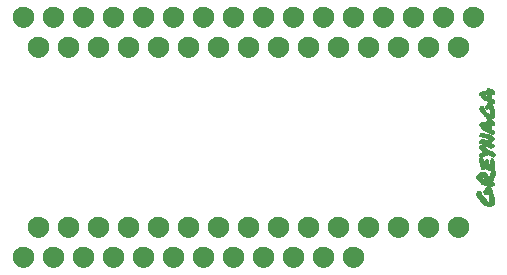
<source format=gbr>
G04 #@! TF.GenerationSoftware,KiCad,Pcbnew,5.1.5-52549c5~84~ubuntu18.04.1*
G04 #@! TF.CreationDate,2020-01-02T10:07:06-07:00*
G04 #@! TF.ProjectId,FeatherWing_KC5,46656174-6865-4725-9769-6e675f4b4335,rev?*
G04 #@! TF.SameCoordinates,Original*
G04 #@! TF.FileFunction,Soldermask,Top*
G04 #@! TF.FilePolarity,Negative*
%FSLAX46Y46*%
G04 Gerber Fmt 4.6, Leading zero omitted, Abs format (unit mm)*
G04 Created by KiCad (PCBNEW 5.1.5-52549c5~84~ubuntu18.04.1) date 2020-01-02 10:07:06*
%MOMM*%
%LPD*%
G04 APERTURE LIST*
%ADD10C,0.010000*%
%ADD11C,0.100000*%
G04 APERTURE END LIST*
D10*
G36*
X161129466Y-91272572D02*
G01*
X161158094Y-91229163D01*
X161168474Y-91216301D01*
X161202902Y-91170992D01*
X161221306Y-91138215D01*
X161222266Y-91133533D01*
X161238732Y-91111146D01*
X161279005Y-91081272D01*
X161285323Y-91077445D01*
X161335926Y-91054338D01*
X161386018Y-91052632D01*
X161433490Y-91063114D01*
X161486166Y-91080956D01*
X161516046Y-91098171D01*
X161518600Y-91102972D01*
X161538039Y-91113203D01*
X161590037Y-91126233D01*
X161665114Y-91139879D01*
X161703808Y-91145626D01*
X161915268Y-91186265D01*
X162089575Y-91244185D01*
X162226149Y-91319127D01*
X162324414Y-91410830D01*
X162339915Y-91431881D01*
X162379232Y-91506034D01*
X162385773Y-91572822D01*
X162357828Y-91640130D01*
X162293686Y-91715842D01*
X162274193Y-91734744D01*
X162212080Y-91789581D01*
X162155539Y-91832789D01*
X162116449Y-91855322D01*
X162115443Y-91855657D01*
X162079230Y-91872602D01*
X162069096Y-91884868D01*
X162086870Y-91905025D01*
X162131538Y-91933919D01*
X162190579Y-91964846D01*
X162251470Y-91991101D01*
X162291183Y-92003781D01*
X162360903Y-92034854D01*
X162410481Y-92083916D01*
X162428766Y-92138568D01*
X162413695Y-92183919D01*
X162391725Y-92211070D01*
X162328630Y-92255002D01*
X162249402Y-92295025D01*
X162171133Y-92323581D01*
X162115406Y-92333233D01*
X162078708Y-92324162D01*
X162010257Y-92298670D01*
X161916129Y-92259335D01*
X161802400Y-92208740D01*
X161675146Y-92149464D01*
X161616990Y-92121566D01*
X161491082Y-92061059D01*
X161377522Y-92007295D01*
X161281962Y-91962885D01*
X161210056Y-91930440D01*
X161167456Y-91912570D01*
X161158610Y-91909900D01*
X161139872Y-91898096D01*
X161145248Y-91860165D01*
X161175335Y-91792325D01*
X161177873Y-91787348D01*
X161245428Y-91686360D01*
X161324675Y-91625760D01*
X161417313Y-91604799D01*
X161525036Y-91622729D01*
X161539766Y-91627710D01*
X161592073Y-91639781D01*
X161664715Y-91648422D01*
X161747119Y-91653449D01*
X161828712Y-91654681D01*
X161898923Y-91651933D01*
X161947179Y-91645023D01*
X161963100Y-91635033D01*
X161943884Y-91601777D01*
X161891979Y-91563155D01*
X161816001Y-91523081D01*
X161724563Y-91485472D01*
X161626280Y-91454245D01*
X161529766Y-91433315D01*
X161514500Y-91431108D01*
X161442474Y-91417598D01*
X161359035Y-91396074D01*
X161274690Y-91370042D01*
X161199943Y-91343009D01*
X161145299Y-91318483D01*
X161121265Y-91299972D01*
X161121206Y-91299803D01*
X161129466Y-91272572D01*
G37*
X161129466Y-91272572D02*
X161158094Y-91229163D01*
X161168474Y-91216301D01*
X161202902Y-91170992D01*
X161221306Y-91138215D01*
X161222266Y-91133533D01*
X161238732Y-91111146D01*
X161279005Y-91081272D01*
X161285323Y-91077445D01*
X161335926Y-91054338D01*
X161386018Y-91052632D01*
X161433490Y-91063114D01*
X161486166Y-91080956D01*
X161516046Y-91098171D01*
X161518600Y-91102972D01*
X161538039Y-91113203D01*
X161590037Y-91126233D01*
X161665114Y-91139879D01*
X161703808Y-91145626D01*
X161915268Y-91186265D01*
X162089575Y-91244185D01*
X162226149Y-91319127D01*
X162324414Y-91410830D01*
X162339915Y-91431881D01*
X162379232Y-91506034D01*
X162385773Y-91572822D01*
X162357828Y-91640130D01*
X162293686Y-91715842D01*
X162274193Y-91734744D01*
X162212080Y-91789581D01*
X162155539Y-91832789D01*
X162116449Y-91855322D01*
X162115443Y-91855657D01*
X162079230Y-91872602D01*
X162069096Y-91884868D01*
X162086870Y-91905025D01*
X162131538Y-91933919D01*
X162190579Y-91964846D01*
X162251470Y-91991101D01*
X162291183Y-92003781D01*
X162360903Y-92034854D01*
X162410481Y-92083916D01*
X162428766Y-92138568D01*
X162413695Y-92183919D01*
X162391725Y-92211070D01*
X162328630Y-92255002D01*
X162249402Y-92295025D01*
X162171133Y-92323581D01*
X162115406Y-92333233D01*
X162078708Y-92324162D01*
X162010257Y-92298670D01*
X161916129Y-92259335D01*
X161802400Y-92208740D01*
X161675146Y-92149464D01*
X161616990Y-92121566D01*
X161491082Y-92061059D01*
X161377522Y-92007295D01*
X161281962Y-91962885D01*
X161210056Y-91930440D01*
X161167456Y-91912570D01*
X161158610Y-91909900D01*
X161139872Y-91898096D01*
X161145248Y-91860165D01*
X161175335Y-91792325D01*
X161177873Y-91787348D01*
X161245428Y-91686360D01*
X161324675Y-91625760D01*
X161417313Y-91604799D01*
X161525036Y-91622729D01*
X161539766Y-91627710D01*
X161592073Y-91639781D01*
X161664715Y-91648422D01*
X161747119Y-91653449D01*
X161828712Y-91654681D01*
X161898923Y-91651933D01*
X161947179Y-91645023D01*
X161963100Y-91635033D01*
X161943884Y-91601777D01*
X161891979Y-91563155D01*
X161816001Y-91523081D01*
X161724563Y-91485472D01*
X161626280Y-91454245D01*
X161529766Y-91433315D01*
X161514500Y-91431108D01*
X161442474Y-91417598D01*
X161359035Y-91396074D01*
X161274690Y-91370042D01*
X161199943Y-91343009D01*
X161145299Y-91318483D01*
X161121265Y-91299972D01*
X161121206Y-91299803D01*
X161129466Y-91272572D01*
G36*
X161149737Y-88940240D02*
G01*
X161179948Y-88886053D01*
X161218933Y-88832136D01*
X161257391Y-88791477D01*
X161284234Y-88776944D01*
X161332098Y-88771288D01*
X161362706Y-88764529D01*
X161385128Y-88763519D01*
X161407644Y-88777290D01*
X161435037Y-88811750D01*
X161472089Y-88872809D01*
X161518592Y-88957136D01*
X161655033Y-89179940D01*
X161803129Y-89364304D01*
X161959290Y-89508488D01*
X162079516Y-89603035D01*
X162090100Y-89481176D01*
X162093782Y-89413660D01*
X162092361Y-89365045D01*
X162087928Y-89348733D01*
X162078029Y-89323294D01*
X162066862Y-89270061D01*
X162061131Y-89232316D01*
X162046580Y-89147058D01*
X162027083Y-89061237D01*
X162020374Y-89037130D01*
X161993659Y-88947776D01*
X161933626Y-88978921D01*
X161882956Y-89000980D01*
X161846027Y-89010066D01*
X161815098Y-89025630D01*
X161810393Y-89034268D01*
X161790105Y-89047909D01*
X161755347Y-89032581D01*
X161715056Y-88994590D01*
X161678768Y-88941366D01*
X161640199Y-88869747D01*
X161727335Y-88710980D01*
X161774437Y-88630669D01*
X161821597Y-88559366D01*
X161860247Y-88509818D01*
X161867619Y-88502283D01*
X161903582Y-88462353D01*
X161920320Y-88431645D01*
X161920479Y-88429585D01*
X161902157Y-88412046D01*
X161857266Y-88385558D01*
X161857266Y-88013805D01*
X161857266Y-87931584D01*
X161854282Y-87869772D01*
X161846932Y-87823260D01*
X161845227Y-87817989D01*
X161822834Y-87800732D01*
X161773177Y-87802170D01*
X161692067Y-87822718D01*
X161645738Y-87837784D01*
X161635467Y-87854598D01*
X161662115Y-87886161D01*
X161726439Y-87933188D01*
X161788475Y-87972182D01*
X161857266Y-88013805D01*
X161857266Y-88385558D01*
X161853016Y-88383050D01*
X161781398Y-88347208D01*
X161726118Y-88322150D01*
X161584733Y-88257772D01*
X161480097Y-88203440D01*
X161408522Y-88156658D01*
X161366324Y-88114931D01*
X161349817Y-88075762D01*
X161349266Y-88066988D01*
X161330654Y-88008918D01*
X161278793Y-87942261D01*
X161199648Y-87874377D01*
X161184550Y-87863685D01*
X161156461Y-87840941D01*
X161146424Y-87815410D01*
X161152175Y-87772818D01*
X161163256Y-87729413D01*
X161192217Y-87652531D01*
X161235778Y-87603730D01*
X161304107Y-87574804D01*
X161370433Y-87562226D01*
X161441055Y-87550550D01*
X161532431Y-87533249D01*
X161619141Y-87515269D01*
X161700921Y-87495348D01*
X161748464Y-87477392D01*
X161769491Y-87457758D01*
X161772600Y-87442818D01*
X161783352Y-87397230D01*
X161809861Y-87341906D01*
X161843502Y-87290902D01*
X161875652Y-87258272D01*
X161888914Y-87253233D01*
X161918380Y-87268048D01*
X161961059Y-87305487D01*
X161981179Y-87327034D01*
X162025036Y-87372301D01*
X162062359Y-87391339D01*
X162112160Y-87391678D01*
X162136830Y-87388669D01*
X162235151Y-87395683D01*
X162324401Y-87441252D01*
X162398279Y-87521690D01*
X162416720Y-87552470D01*
X162441885Y-87607043D01*
X162444927Y-87648863D01*
X162429570Y-87695794D01*
X162403287Y-87739907D01*
X162377046Y-87753820D01*
X162374813Y-87753181D01*
X162342071Y-87759456D01*
X162311058Y-87783827D01*
X162272170Y-87818326D01*
X162243906Y-87815571D01*
X162216223Y-87773795D01*
X162212678Y-87766525D01*
X162181926Y-87722669D01*
X162151944Y-87707882D01*
X162132495Y-87722802D01*
X162131886Y-87761233D01*
X162137515Y-87811529D01*
X162141396Y-87885090D01*
X162142469Y-87940400D01*
X162140564Y-88013771D01*
X162131740Y-88056628D01*
X162112533Y-88080646D01*
X162098405Y-88089016D01*
X162071622Y-88111354D01*
X162080274Y-88135589D01*
X162126358Y-88163483D01*
X162211869Y-88196800D01*
X162225850Y-88201575D01*
X162298542Y-88230172D01*
X162359871Y-88261314D01*
X162386425Y-88279809D01*
X162420348Y-88333216D01*
X162426967Y-88396809D01*
X162409849Y-88458040D01*
X162372561Y-88504360D01*
X162318670Y-88523222D01*
X162317224Y-88523233D01*
X162279617Y-88534865D01*
X162269981Y-88544457D01*
X162241760Y-88554153D01*
X162217920Y-88544839D01*
X162194548Y-88534106D01*
X162190215Y-88542347D01*
X162204810Y-88577348D01*
X162217082Y-88602990D01*
X162239451Y-88659342D01*
X162268515Y-88746795D01*
X162301367Y-88855220D01*
X162335102Y-88974485D01*
X162366816Y-89094463D01*
X162393602Y-89205023D01*
X162405642Y-89260390D01*
X162428677Y-89431148D01*
X162421292Y-89572847D01*
X162382955Y-89686407D01*
X162313133Y-89772749D01*
X162211295Y-89832795D01*
X162076907Y-89867465D01*
X162052921Y-89870652D01*
X161947370Y-89883153D01*
X161991280Y-89949318D01*
X162023834Y-89991012D01*
X162058578Y-90008297D01*
X162113640Y-90009010D01*
X162127029Y-90007990D01*
X162201229Y-90009363D01*
X162269543Y-90022191D01*
X162282033Y-90026660D01*
X162353851Y-90073964D01*
X162406815Y-90142297D01*
X162435131Y-90219850D01*
X162433002Y-90294815D01*
X162424564Y-90317108D01*
X162393623Y-90353685D01*
X162365312Y-90364733D01*
X162324712Y-90379488D01*
X162291635Y-90406567D01*
X162252201Y-90435720D01*
X162225738Y-90426277D01*
X162217100Y-90385395D01*
X162203468Y-90350721D01*
X162172766Y-90321064D01*
X162140282Y-90308618D01*
X162127101Y-90313621D01*
X162124393Y-90339297D01*
X162131418Y-90389148D01*
X162134396Y-90402835D01*
X162152662Y-90519344D01*
X162149735Y-90614438D01*
X162126174Y-90681606D01*
X162108726Y-90701200D01*
X162063853Y-90737536D01*
X162117345Y-90772585D01*
X162171730Y-90799716D01*
X162243172Y-90825252D01*
X162267108Y-90831875D01*
X162354319Y-90869221D01*
X162408406Y-90926855D01*
X162425867Y-91000687D01*
X162424763Y-91016146D01*
X162401363Y-91068453D01*
X162352691Y-91116556D01*
X162293178Y-91150058D01*
X162237257Y-91158566D01*
X162229408Y-91156855D01*
X162210395Y-91150359D01*
X162180321Y-91138285D01*
X162135253Y-91118863D01*
X162071262Y-91090321D01*
X161984416Y-91050890D01*
X161870785Y-90998799D01*
X161857266Y-90992569D01*
X161857266Y-90621442D01*
X161857266Y-90526087D01*
X161853170Y-90466010D01*
X161842837Y-90425683D01*
X161837185Y-90418321D01*
X161806211Y-90415760D01*
X161750716Y-90423472D01*
X161719949Y-90430374D01*
X161662735Y-90446460D01*
X161640019Y-90460315D01*
X161644853Y-90478332D01*
X161654861Y-90490272D01*
X161692969Y-90522443D01*
X161750139Y-90560696D01*
X161772097Y-90573574D01*
X161857266Y-90621442D01*
X161857266Y-90992569D01*
X161726438Y-90932277D01*
X161557706Y-90854300D01*
X161460349Y-90805846D01*
X161397292Y-90764730D01*
X161362442Y-90725618D01*
X161349708Y-90683175D01*
X161349266Y-90671779D01*
X161329937Y-90621350D01*
X161271784Y-90555262D01*
X161243485Y-90529481D01*
X161137704Y-90436947D01*
X161174694Y-90321465D01*
X161197145Y-90256088D01*
X161218946Y-90219736D01*
X161252167Y-90201059D01*
X161308880Y-90188704D01*
X161317516Y-90187165D01*
X161465433Y-90160401D01*
X161576801Y-90138752D01*
X161656864Y-90120598D01*
X161710868Y-90104317D01*
X161744056Y-90088289D01*
X161761674Y-90070892D01*
X161768966Y-90050506D01*
X161769437Y-90047493D01*
X161787279Y-89991945D01*
X161817062Y-89938410D01*
X161847440Y-89889502D01*
X161851059Y-89854823D01*
X161824130Y-89823402D01*
X161764071Y-89784973D01*
X161708257Y-89744819D01*
X161636689Y-89682930D01*
X161561098Y-89609764D01*
X161525946Y-89572746D01*
X161464461Y-89500554D01*
X161396875Y-89412509D01*
X161328145Y-89316155D01*
X161263227Y-89219034D01*
X161207078Y-89128693D01*
X161164656Y-89052673D01*
X161140916Y-88998520D01*
X161137600Y-88981709D01*
X161149737Y-88940240D01*
G37*
X161149737Y-88940240D02*
X161179948Y-88886053D01*
X161218933Y-88832136D01*
X161257391Y-88791477D01*
X161284234Y-88776944D01*
X161332098Y-88771288D01*
X161362706Y-88764529D01*
X161385128Y-88763519D01*
X161407644Y-88777290D01*
X161435037Y-88811750D01*
X161472089Y-88872809D01*
X161518592Y-88957136D01*
X161655033Y-89179940D01*
X161803129Y-89364304D01*
X161959290Y-89508488D01*
X162079516Y-89603035D01*
X162090100Y-89481176D01*
X162093782Y-89413660D01*
X162092361Y-89365045D01*
X162087928Y-89348733D01*
X162078029Y-89323294D01*
X162066862Y-89270061D01*
X162061131Y-89232316D01*
X162046580Y-89147058D01*
X162027083Y-89061237D01*
X162020374Y-89037130D01*
X161993659Y-88947776D01*
X161933626Y-88978921D01*
X161882956Y-89000980D01*
X161846027Y-89010066D01*
X161815098Y-89025630D01*
X161810393Y-89034268D01*
X161790105Y-89047909D01*
X161755347Y-89032581D01*
X161715056Y-88994590D01*
X161678768Y-88941366D01*
X161640199Y-88869747D01*
X161727335Y-88710980D01*
X161774437Y-88630669D01*
X161821597Y-88559366D01*
X161860247Y-88509818D01*
X161867619Y-88502283D01*
X161903582Y-88462353D01*
X161920320Y-88431645D01*
X161920479Y-88429585D01*
X161902157Y-88412046D01*
X161857266Y-88385558D01*
X161857266Y-88013805D01*
X161857266Y-87931584D01*
X161854282Y-87869772D01*
X161846932Y-87823260D01*
X161845227Y-87817989D01*
X161822834Y-87800732D01*
X161773177Y-87802170D01*
X161692067Y-87822718D01*
X161645738Y-87837784D01*
X161635467Y-87854598D01*
X161662115Y-87886161D01*
X161726439Y-87933188D01*
X161788475Y-87972182D01*
X161857266Y-88013805D01*
X161857266Y-88385558D01*
X161853016Y-88383050D01*
X161781398Y-88347208D01*
X161726118Y-88322150D01*
X161584733Y-88257772D01*
X161480097Y-88203440D01*
X161408522Y-88156658D01*
X161366324Y-88114931D01*
X161349817Y-88075762D01*
X161349266Y-88066988D01*
X161330654Y-88008918D01*
X161278793Y-87942261D01*
X161199648Y-87874377D01*
X161184550Y-87863685D01*
X161156461Y-87840941D01*
X161146424Y-87815410D01*
X161152175Y-87772818D01*
X161163256Y-87729413D01*
X161192217Y-87652531D01*
X161235778Y-87603730D01*
X161304107Y-87574804D01*
X161370433Y-87562226D01*
X161441055Y-87550550D01*
X161532431Y-87533249D01*
X161619141Y-87515269D01*
X161700921Y-87495348D01*
X161748464Y-87477392D01*
X161769491Y-87457758D01*
X161772600Y-87442818D01*
X161783352Y-87397230D01*
X161809861Y-87341906D01*
X161843502Y-87290902D01*
X161875652Y-87258272D01*
X161888914Y-87253233D01*
X161918380Y-87268048D01*
X161961059Y-87305487D01*
X161981179Y-87327034D01*
X162025036Y-87372301D01*
X162062359Y-87391339D01*
X162112160Y-87391678D01*
X162136830Y-87388669D01*
X162235151Y-87395683D01*
X162324401Y-87441252D01*
X162398279Y-87521690D01*
X162416720Y-87552470D01*
X162441885Y-87607043D01*
X162444927Y-87648863D01*
X162429570Y-87695794D01*
X162403287Y-87739907D01*
X162377046Y-87753820D01*
X162374813Y-87753181D01*
X162342071Y-87759456D01*
X162311058Y-87783827D01*
X162272170Y-87818326D01*
X162243906Y-87815571D01*
X162216223Y-87773795D01*
X162212678Y-87766525D01*
X162181926Y-87722669D01*
X162151944Y-87707882D01*
X162132495Y-87722802D01*
X162131886Y-87761233D01*
X162137515Y-87811529D01*
X162141396Y-87885090D01*
X162142469Y-87940400D01*
X162140564Y-88013771D01*
X162131740Y-88056628D01*
X162112533Y-88080646D01*
X162098405Y-88089016D01*
X162071622Y-88111354D01*
X162080274Y-88135589D01*
X162126358Y-88163483D01*
X162211869Y-88196800D01*
X162225850Y-88201575D01*
X162298542Y-88230172D01*
X162359871Y-88261314D01*
X162386425Y-88279809D01*
X162420348Y-88333216D01*
X162426967Y-88396809D01*
X162409849Y-88458040D01*
X162372561Y-88504360D01*
X162318670Y-88523222D01*
X162317224Y-88523233D01*
X162279617Y-88534865D01*
X162269981Y-88544457D01*
X162241760Y-88554153D01*
X162217920Y-88544839D01*
X162194548Y-88534106D01*
X162190215Y-88542347D01*
X162204810Y-88577348D01*
X162217082Y-88602990D01*
X162239451Y-88659342D01*
X162268515Y-88746795D01*
X162301367Y-88855220D01*
X162335102Y-88974485D01*
X162366816Y-89094463D01*
X162393602Y-89205023D01*
X162405642Y-89260390D01*
X162428677Y-89431148D01*
X162421292Y-89572847D01*
X162382955Y-89686407D01*
X162313133Y-89772749D01*
X162211295Y-89832795D01*
X162076907Y-89867465D01*
X162052921Y-89870652D01*
X161947370Y-89883153D01*
X161991280Y-89949318D01*
X162023834Y-89991012D01*
X162058578Y-90008297D01*
X162113640Y-90009010D01*
X162127029Y-90007990D01*
X162201229Y-90009363D01*
X162269543Y-90022191D01*
X162282033Y-90026660D01*
X162353851Y-90073964D01*
X162406815Y-90142297D01*
X162435131Y-90219850D01*
X162433002Y-90294815D01*
X162424564Y-90317108D01*
X162393623Y-90353685D01*
X162365312Y-90364733D01*
X162324712Y-90379488D01*
X162291635Y-90406567D01*
X162252201Y-90435720D01*
X162225738Y-90426277D01*
X162217100Y-90385395D01*
X162203468Y-90350721D01*
X162172766Y-90321064D01*
X162140282Y-90308618D01*
X162127101Y-90313621D01*
X162124393Y-90339297D01*
X162131418Y-90389148D01*
X162134396Y-90402835D01*
X162152662Y-90519344D01*
X162149735Y-90614438D01*
X162126174Y-90681606D01*
X162108726Y-90701200D01*
X162063853Y-90737536D01*
X162117345Y-90772585D01*
X162171730Y-90799716D01*
X162243172Y-90825252D01*
X162267108Y-90831875D01*
X162354319Y-90869221D01*
X162408406Y-90926855D01*
X162425867Y-91000687D01*
X162424763Y-91016146D01*
X162401363Y-91068453D01*
X162352691Y-91116556D01*
X162293178Y-91150058D01*
X162237257Y-91158566D01*
X162229408Y-91156855D01*
X162210395Y-91150359D01*
X162180321Y-91138285D01*
X162135253Y-91118863D01*
X162071262Y-91090321D01*
X161984416Y-91050890D01*
X161870785Y-90998799D01*
X161857266Y-90992569D01*
X161857266Y-90621442D01*
X161857266Y-90526087D01*
X161853170Y-90466010D01*
X161842837Y-90425683D01*
X161837185Y-90418321D01*
X161806211Y-90415760D01*
X161750716Y-90423472D01*
X161719949Y-90430374D01*
X161662735Y-90446460D01*
X161640019Y-90460315D01*
X161644853Y-90478332D01*
X161654861Y-90490272D01*
X161692969Y-90522443D01*
X161750139Y-90560696D01*
X161772097Y-90573574D01*
X161857266Y-90621442D01*
X161857266Y-90992569D01*
X161726438Y-90932277D01*
X161557706Y-90854300D01*
X161460349Y-90805846D01*
X161397292Y-90764730D01*
X161362442Y-90725618D01*
X161349708Y-90683175D01*
X161349266Y-90671779D01*
X161329937Y-90621350D01*
X161271784Y-90555262D01*
X161243485Y-90529481D01*
X161137704Y-90436947D01*
X161174694Y-90321465D01*
X161197145Y-90256088D01*
X161218946Y-90219736D01*
X161252167Y-90201059D01*
X161308880Y-90188704D01*
X161317516Y-90187165D01*
X161465433Y-90160401D01*
X161576801Y-90138752D01*
X161656864Y-90120598D01*
X161710868Y-90104317D01*
X161744056Y-90088289D01*
X161761674Y-90070892D01*
X161768966Y-90050506D01*
X161769437Y-90047493D01*
X161787279Y-89991945D01*
X161817062Y-89938410D01*
X161847440Y-89889502D01*
X161851059Y-89854823D01*
X161824130Y-89823402D01*
X161764071Y-89784973D01*
X161708257Y-89744819D01*
X161636689Y-89682930D01*
X161561098Y-89609764D01*
X161525946Y-89572746D01*
X161464461Y-89500554D01*
X161396875Y-89412509D01*
X161328145Y-89316155D01*
X161263227Y-89219034D01*
X161207078Y-89128693D01*
X161164656Y-89052673D01*
X161140916Y-88998520D01*
X161137600Y-88981709D01*
X161149737Y-88940240D01*
G36*
X161130010Y-92208927D02*
G01*
X161164536Y-92158111D01*
X161188050Y-92130414D01*
X161233287Y-92087281D01*
X161274756Y-92067022D01*
X161319364Y-92071506D01*
X161374020Y-92102601D01*
X161445630Y-92162176D01*
X161503006Y-92215596D01*
X161610528Y-92305948D01*
X161755953Y-92408970D01*
X161937230Y-92523339D01*
X162152308Y-92647733D01*
X162291183Y-92723659D01*
X162396368Y-92785068D01*
X162463213Y-92835673D01*
X162490774Y-92874728D01*
X162491438Y-92882320D01*
X162483199Y-92908049D01*
X162464320Y-92954472D01*
X162462719Y-92958163D01*
X162418339Y-93017378D01*
X162352677Y-93060110D01*
X162292335Y-93074066D01*
X162262491Y-93064833D01*
X162204502Y-93039899D01*
X162127614Y-93003417D01*
X162065790Y-92972353D01*
X161867850Y-92870640D01*
X161798284Y-92917848D01*
X161739895Y-92949331D01*
X161661177Y-92976520D01*
X161555656Y-93001101D01*
X161416859Y-93024761D01*
X161351417Y-93034227D01*
X161269523Y-93044509D01*
X161217994Y-93046554D01*
X161185470Y-93039283D01*
X161160593Y-93021614D01*
X161154273Y-93015481D01*
X161131330Y-92989686D01*
X161125313Y-92965420D01*
X161136876Y-92928802D01*
X161160765Y-92878117D01*
X161193406Y-92819170D01*
X161229896Y-92778571D01*
X161280443Y-92750003D01*
X161355251Y-92727152D01*
X161432029Y-92710248D01*
X161567708Y-92682483D01*
X161461110Y-92607941D01*
X161337751Y-92515247D01*
X161237979Y-92427090D01*
X161165634Y-92347512D01*
X161124554Y-92280555D01*
X161116433Y-92245035D01*
X161130010Y-92208927D01*
G37*
X161130010Y-92208927D02*
X161164536Y-92158111D01*
X161188050Y-92130414D01*
X161233287Y-92087281D01*
X161274756Y-92067022D01*
X161319364Y-92071506D01*
X161374020Y-92102601D01*
X161445630Y-92162176D01*
X161503006Y-92215596D01*
X161610528Y-92305948D01*
X161755953Y-92408970D01*
X161937230Y-92523339D01*
X162152308Y-92647733D01*
X162291183Y-92723659D01*
X162396368Y-92785068D01*
X162463213Y-92835673D01*
X162490774Y-92874728D01*
X162491438Y-92882320D01*
X162483199Y-92908049D01*
X162464320Y-92954472D01*
X162462719Y-92958163D01*
X162418339Y-93017378D01*
X162352677Y-93060110D01*
X162292335Y-93074066D01*
X162262491Y-93064833D01*
X162204502Y-93039899D01*
X162127614Y-93003417D01*
X162065790Y-92972353D01*
X161867850Y-92870640D01*
X161798284Y-92917848D01*
X161739895Y-92949331D01*
X161661177Y-92976520D01*
X161555656Y-93001101D01*
X161416859Y-93024761D01*
X161351417Y-93034227D01*
X161269523Y-93044509D01*
X161217994Y-93046554D01*
X161185470Y-93039283D01*
X161160593Y-93021614D01*
X161154273Y-93015481D01*
X161131330Y-92989686D01*
X161125313Y-92965420D01*
X161136876Y-92928802D01*
X161160765Y-92878117D01*
X161193406Y-92819170D01*
X161229896Y-92778571D01*
X161280443Y-92750003D01*
X161355251Y-92727152D01*
X161432029Y-92710248D01*
X161567708Y-92682483D01*
X161461110Y-92607941D01*
X161337751Y-92515247D01*
X161237979Y-92427090D01*
X161165634Y-92347512D01*
X161124554Y-92280555D01*
X161116433Y-92245035D01*
X161130010Y-92208927D01*
G36*
X160881771Y-94730146D02*
G01*
X160934887Y-94646808D01*
X161014436Y-94564142D01*
X161113071Y-94487504D01*
X161223445Y-94422250D01*
X161338212Y-94373737D01*
X161450026Y-94347324D01*
X161499753Y-94344066D01*
X161564602Y-94346885D01*
X161610716Y-94360434D01*
X161654941Y-94392356D01*
X161698070Y-94434025D01*
X161749162Y-94493014D01*
X161791482Y-94561712D01*
X161831790Y-94652311D01*
X161857812Y-94722235D01*
X161890371Y-94811748D01*
X161913129Y-94866721D01*
X161929639Y-94892790D01*
X161943455Y-94895587D01*
X161957950Y-94880985D01*
X162017205Y-94783500D01*
X162063404Y-94663356D01*
X162100093Y-94511199D01*
X162102110Y-94500631D01*
X162120042Y-94412166D01*
X162137631Y-94336703D01*
X162152015Y-94286132D01*
X162156361Y-94275275D01*
X162163017Y-94250916D01*
X162143796Y-94240360D01*
X162097116Y-94238233D01*
X162031990Y-94227230D01*
X161941393Y-94196451D01*
X161844187Y-94153566D01*
X161748618Y-94108655D01*
X161682775Y-94081962D01*
X161639152Y-94071562D01*
X161610242Y-94075528D01*
X161591624Y-94088761D01*
X161560340Y-94102732D01*
X161502553Y-94116561D01*
X161462484Y-94122960D01*
X161396695Y-94129556D01*
X161358453Y-94124817D01*
X161333695Y-94105189D01*
X161321030Y-94087224D01*
X161298191Y-94036912D01*
X161271178Y-93953852D01*
X161242218Y-93847141D01*
X161213537Y-93725878D01*
X161187361Y-93599162D01*
X161165917Y-93476091D01*
X161157917Y-93420669D01*
X161146361Y-93329201D01*
X161141601Y-93269702D01*
X161144447Y-93232236D01*
X161155706Y-93206863D01*
X161176187Y-93183648D01*
X161177288Y-93182544D01*
X161209520Y-93143872D01*
X161222266Y-93116400D01*
X161240624Y-93101398D01*
X161284230Y-93095233D01*
X161351112Y-93115246D01*
X161404325Y-93174949D01*
X161443497Y-93273844D01*
X161455110Y-93324061D01*
X161474503Y-93412220D01*
X161497304Y-93501346D01*
X161508499Y-93539733D01*
X161529511Y-93611492D01*
X161546328Y-93676548D01*
X161549991Y-93693191D01*
X161570282Y-93738065D01*
X161596006Y-93751400D01*
X161613299Y-93746211D01*
X161621750Y-93724962D01*
X161622470Y-93679127D01*
X161616567Y-93600180D01*
X161616209Y-93596205D01*
X161602145Y-93441010D01*
X161675368Y-93363372D01*
X161723950Y-93318339D01*
X161765940Y-93290323D01*
X161781333Y-93285733D01*
X161808575Y-93302869D01*
X161845952Y-93347336D01*
X161877806Y-93396858D01*
X161911669Y-93461530D01*
X161931004Y-93518810D01*
X161939722Y-93585558D01*
X161941734Y-93672336D01*
X161942544Y-93755316D01*
X161947189Y-93807016D01*
X161959366Y-93838489D01*
X161982772Y-93860787D01*
X162010725Y-93878632D01*
X162059223Y-93905888D01*
X162091885Y-93920081D01*
X162095391Y-93920654D01*
X162106267Y-93901202D01*
X162110740Y-93848207D01*
X162109130Y-93769920D01*
X162101760Y-93674594D01*
X162088951Y-93570481D01*
X162079416Y-93510804D01*
X162047566Y-93328162D01*
X162125067Y-93255062D01*
X162178982Y-93210604D01*
X162221409Y-93197999D01*
X162264449Y-93218165D01*
X162318052Y-93269716D01*
X162353656Y-93329837D01*
X162385502Y-93427888D01*
X162412558Y-93559556D01*
X162433791Y-93720525D01*
X162438980Y-93775131D01*
X162441901Y-93932069D01*
X162420230Y-94055085D01*
X162373820Y-94144820D01*
X162348154Y-94171662D01*
X162312943Y-94203919D01*
X162308624Y-94215253D01*
X162333601Y-94211881D01*
X162338065Y-94210880D01*
X162394969Y-94219223D01*
X162438607Y-94249982D01*
X162479346Y-94316522D01*
X162491277Y-94413635D01*
X162474407Y-94540882D01*
X162430315Y-94693316D01*
X162359947Y-94875428D01*
X162287292Y-95023994D01*
X162217100Y-95130780D01*
X162217100Y-94238233D01*
X162234522Y-94230489D01*
X162231211Y-94224122D01*
X162206091Y-94221589D01*
X162202988Y-94224122D01*
X162205894Y-94236706D01*
X162217100Y-94238233D01*
X162217100Y-95130780D01*
X162214399Y-95134890D01*
X162205807Y-95145382D01*
X162171802Y-95187440D01*
X162163988Y-95206524D01*
X162180877Y-95211697D01*
X162194894Y-95211900D01*
X162241818Y-95221338D01*
X162303549Y-95244869D01*
X162321988Y-95253751D01*
X162389685Y-95305810D01*
X162422304Y-95370813D01*
X162417100Y-95441045D01*
X162400497Y-95474142D01*
X162351417Y-95516659D01*
X162274483Y-95548447D01*
X162183629Y-95565544D01*
X162092792Y-95563986D01*
X162087397Y-95563173D01*
X161999820Y-95549169D01*
X162065731Y-95624237D01*
X162105979Y-95672705D01*
X162138670Y-95720479D01*
X162167156Y-95775356D01*
X162194786Y-95845135D01*
X162224912Y-95937615D01*
X162260886Y-96060595D01*
X162275554Y-96112557D01*
X162339802Y-96358542D01*
X162384802Y-96570004D01*
X162410471Y-96746285D01*
X162416731Y-96886729D01*
X162403500Y-96990677D01*
X162387794Y-97032233D01*
X162308752Y-97139441D01*
X162199752Y-97220296D01*
X162066062Y-97271926D01*
X161912950Y-97291456D01*
X161912545Y-97291462D01*
X161807340Y-97274214D01*
X161689420Y-97222064D01*
X161563204Y-97138826D01*
X161433107Y-97028310D01*
X161303548Y-96894329D01*
X161178944Y-96740693D01*
X161063711Y-96571214D01*
X161047951Y-96545400D01*
X160997010Y-96462117D01*
X160949904Y-96387518D01*
X160913614Y-96332552D01*
X160901060Y-96315004D01*
X160875884Y-96268107D01*
X160863492Y-96217877D01*
X160865692Y-96178594D01*
X160882014Y-96164400D01*
X160902805Y-96147429D01*
X160933669Y-96104268D01*
X160951041Y-96074762D01*
X160988412Y-96016878D01*
X161027538Y-95986563D01*
X161084341Y-95971495D01*
X161084511Y-95971467D01*
X161143489Y-95964744D01*
X161185271Y-95965063D01*
X161191053Y-95966452D01*
X161210104Y-95988280D01*
X161241457Y-96039028D01*
X161279467Y-96109277D01*
X161294192Y-96138538D01*
X161346308Y-96237912D01*
X161406980Y-96344399D01*
X161463501Y-96435735D01*
X161466031Y-96439566D01*
X161531781Y-96527062D01*
X161619899Y-96628406D01*
X161719564Y-96732468D01*
X161819953Y-96828120D01*
X161910247Y-96904232D01*
X161936729Y-96923685D01*
X161982059Y-96952531D01*
X162005592Y-96956731D01*
X162018463Y-96938238D01*
X162018541Y-96938037D01*
X162025248Y-96888500D01*
X162022623Y-96806326D01*
X162011550Y-96699962D01*
X161992911Y-96577854D01*
X161973683Y-96479591D01*
X161973683Y-95550566D01*
X161984266Y-95539983D01*
X161973683Y-95529400D01*
X161963100Y-95539983D01*
X161973683Y-95550566D01*
X161973683Y-96479591D01*
X161967589Y-96448448D01*
X161967175Y-96446550D01*
X161942609Y-96336692D01*
X161922988Y-96262976D01*
X161904418Y-96220142D01*
X161883009Y-96202929D01*
X161854867Y-96206080D01*
X161816099Y-96224334D01*
X161806504Y-96229454D01*
X161750450Y-96253975D01*
X161706883Y-96263476D01*
X161697466Y-96262176D01*
X161667898Y-96265895D01*
X161661573Y-96275230D01*
X161640683Y-96291272D01*
X161604569Y-96274910D01*
X161559457Y-96230239D01*
X161527776Y-96187237D01*
X161471469Y-96102152D01*
X161553243Y-95941339D01*
X161609333Y-95843264D01*
X161678547Y-95739252D01*
X161746132Y-95651439D01*
X161747649Y-95649671D01*
X161802393Y-95583965D01*
X161830957Y-95543017D01*
X161836463Y-95521034D01*
X161822033Y-95512222D01*
X161821732Y-95512169D01*
X161764620Y-95501185D01*
X161685274Y-95484459D01*
X161593290Y-95464194D01*
X161555198Y-95455535D01*
X161555198Y-95040279D01*
X161576509Y-95036855D01*
X161575567Y-95000896D01*
X161554410Y-94930068D01*
X161527617Y-94855669D01*
X161492436Y-94771805D01*
X161460390Y-94726947D01*
X161425885Y-94718678D01*
X161383326Y-94744578D01*
X161348865Y-94778410D01*
X161323026Y-94810443D01*
X161317009Y-94838241D01*
X161334596Y-94869491D01*
X161379572Y-94911879D01*
X161437681Y-94958868D01*
X161509601Y-95013505D01*
X161555198Y-95040279D01*
X161555198Y-95455535D01*
X161498260Y-95442591D01*
X161409779Y-95421851D01*
X161337440Y-95404175D01*
X161290838Y-95391765D01*
X161278997Y-95387633D01*
X161268448Y-95360727D01*
X161269451Y-95315443D01*
X161271084Y-95281024D01*
X161261187Y-95249852D01*
X161234372Y-95215556D01*
X161185249Y-95171766D01*
X161108431Y-95112110D01*
X161078457Y-95089627D01*
X160975229Y-95001809D01*
X160903518Y-94917353D01*
X160866711Y-94840666D01*
X160862433Y-94808797D01*
X160881771Y-94730146D01*
G37*
X160881771Y-94730146D02*
X160934887Y-94646808D01*
X161014436Y-94564142D01*
X161113071Y-94487504D01*
X161223445Y-94422250D01*
X161338212Y-94373737D01*
X161450026Y-94347324D01*
X161499753Y-94344066D01*
X161564602Y-94346885D01*
X161610716Y-94360434D01*
X161654941Y-94392356D01*
X161698070Y-94434025D01*
X161749162Y-94493014D01*
X161791482Y-94561712D01*
X161831790Y-94652311D01*
X161857812Y-94722235D01*
X161890371Y-94811748D01*
X161913129Y-94866721D01*
X161929639Y-94892790D01*
X161943455Y-94895587D01*
X161957950Y-94880985D01*
X162017205Y-94783500D01*
X162063404Y-94663356D01*
X162100093Y-94511199D01*
X162102110Y-94500631D01*
X162120042Y-94412166D01*
X162137631Y-94336703D01*
X162152015Y-94286132D01*
X162156361Y-94275275D01*
X162163017Y-94250916D01*
X162143796Y-94240360D01*
X162097116Y-94238233D01*
X162031990Y-94227230D01*
X161941393Y-94196451D01*
X161844187Y-94153566D01*
X161748618Y-94108655D01*
X161682775Y-94081962D01*
X161639152Y-94071562D01*
X161610242Y-94075528D01*
X161591624Y-94088761D01*
X161560340Y-94102732D01*
X161502553Y-94116561D01*
X161462484Y-94122960D01*
X161396695Y-94129556D01*
X161358453Y-94124817D01*
X161333695Y-94105189D01*
X161321030Y-94087224D01*
X161298191Y-94036912D01*
X161271178Y-93953852D01*
X161242218Y-93847141D01*
X161213537Y-93725878D01*
X161187361Y-93599162D01*
X161165917Y-93476091D01*
X161157917Y-93420669D01*
X161146361Y-93329201D01*
X161141601Y-93269702D01*
X161144447Y-93232236D01*
X161155706Y-93206863D01*
X161176187Y-93183648D01*
X161177288Y-93182544D01*
X161209520Y-93143872D01*
X161222266Y-93116400D01*
X161240624Y-93101398D01*
X161284230Y-93095233D01*
X161351112Y-93115246D01*
X161404325Y-93174949D01*
X161443497Y-93273844D01*
X161455110Y-93324061D01*
X161474503Y-93412220D01*
X161497304Y-93501346D01*
X161508499Y-93539733D01*
X161529511Y-93611492D01*
X161546328Y-93676548D01*
X161549991Y-93693191D01*
X161570282Y-93738065D01*
X161596006Y-93751400D01*
X161613299Y-93746211D01*
X161621750Y-93724962D01*
X161622470Y-93679127D01*
X161616567Y-93600180D01*
X161616209Y-93596205D01*
X161602145Y-93441010D01*
X161675368Y-93363372D01*
X161723950Y-93318339D01*
X161765940Y-93290323D01*
X161781333Y-93285733D01*
X161808575Y-93302869D01*
X161845952Y-93347336D01*
X161877806Y-93396858D01*
X161911669Y-93461530D01*
X161931004Y-93518810D01*
X161939722Y-93585558D01*
X161941734Y-93672336D01*
X161942544Y-93755316D01*
X161947189Y-93807016D01*
X161959366Y-93838489D01*
X161982772Y-93860787D01*
X162010725Y-93878632D01*
X162059223Y-93905888D01*
X162091885Y-93920081D01*
X162095391Y-93920654D01*
X162106267Y-93901202D01*
X162110740Y-93848207D01*
X162109130Y-93769920D01*
X162101760Y-93674594D01*
X162088951Y-93570481D01*
X162079416Y-93510804D01*
X162047566Y-93328162D01*
X162125067Y-93255062D01*
X162178982Y-93210604D01*
X162221409Y-93197999D01*
X162264449Y-93218165D01*
X162318052Y-93269716D01*
X162353656Y-93329837D01*
X162385502Y-93427888D01*
X162412558Y-93559556D01*
X162433791Y-93720525D01*
X162438980Y-93775131D01*
X162441901Y-93932069D01*
X162420230Y-94055085D01*
X162373820Y-94144820D01*
X162348154Y-94171662D01*
X162312943Y-94203919D01*
X162308624Y-94215253D01*
X162333601Y-94211881D01*
X162338065Y-94210880D01*
X162394969Y-94219223D01*
X162438607Y-94249982D01*
X162479346Y-94316522D01*
X162491277Y-94413635D01*
X162474407Y-94540882D01*
X162430315Y-94693316D01*
X162359947Y-94875428D01*
X162287292Y-95023994D01*
X162217100Y-95130780D01*
X162217100Y-94238233D01*
X162234522Y-94230489D01*
X162231211Y-94224122D01*
X162206091Y-94221589D01*
X162202988Y-94224122D01*
X162205894Y-94236706D01*
X162217100Y-94238233D01*
X162217100Y-95130780D01*
X162214399Y-95134890D01*
X162205807Y-95145382D01*
X162171802Y-95187440D01*
X162163988Y-95206524D01*
X162180877Y-95211697D01*
X162194894Y-95211900D01*
X162241818Y-95221338D01*
X162303549Y-95244869D01*
X162321988Y-95253751D01*
X162389685Y-95305810D01*
X162422304Y-95370813D01*
X162417100Y-95441045D01*
X162400497Y-95474142D01*
X162351417Y-95516659D01*
X162274483Y-95548447D01*
X162183629Y-95565544D01*
X162092792Y-95563986D01*
X162087397Y-95563173D01*
X161999820Y-95549169D01*
X162065731Y-95624237D01*
X162105979Y-95672705D01*
X162138670Y-95720479D01*
X162167156Y-95775356D01*
X162194786Y-95845135D01*
X162224912Y-95937615D01*
X162260886Y-96060595D01*
X162275554Y-96112557D01*
X162339802Y-96358542D01*
X162384802Y-96570004D01*
X162410471Y-96746285D01*
X162416731Y-96886729D01*
X162403500Y-96990677D01*
X162387794Y-97032233D01*
X162308752Y-97139441D01*
X162199752Y-97220296D01*
X162066062Y-97271926D01*
X161912950Y-97291456D01*
X161912545Y-97291462D01*
X161807340Y-97274214D01*
X161689420Y-97222064D01*
X161563204Y-97138826D01*
X161433107Y-97028310D01*
X161303548Y-96894329D01*
X161178944Y-96740693D01*
X161063711Y-96571214D01*
X161047951Y-96545400D01*
X160997010Y-96462117D01*
X160949904Y-96387518D01*
X160913614Y-96332552D01*
X160901060Y-96315004D01*
X160875884Y-96268107D01*
X160863492Y-96217877D01*
X160865692Y-96178594D01*
X160882014Y-96164400D01*
X160902805Y-96147429D01*
X160933669Y-96104268D01*
X160951041Y-96074762D01*
X160988412Y-96016878D01*
X161027538Y-95986563D01*
X161084341Y-95971495D01*
X161084511Y-95971467D01*
X161143489Y-95964744D01*
X161185271Y-95965063D01*
X161191053Y-95966452D01*
X161210104Y-95988280D01*
X161241457Y-96039028D01*
X161279467Y-96109277D01*
X161294192Y-96138538D01*
X161346308Y-96237912D01*
X161406980Y-96344399D01*
X161463501Y-96435735D01*
X161466031Y-96439566D01*
X161531781Y-96527062D01*
X161619899Y-96628406D01*
X161719564Y-96732468D01*
X161819953Y-96828120D01*
X161910247Y-96904232D01*
X161936729Y-96923685D01*
X161982059Y-96952531D01*
X162005592Y-96956731D01*
X162018463Y-96938238D01*
X162018541Y-96938037D01*
X162025248Y-96888500D01*
X162022623Y-96806326D01*
X162011550Y-96699962D01*
X161992911Y-96577854D01*
X161973683Y-96479591D01*
X161973683Y-95550566D01*
X161984266Y-95539983D01*
X161973683Y-95529400D01*
X161963100Y-95539983D01*
X161973683Y-95550566D01*
X161973683Y-96479591D01*
X161967589Y-96448448D01*
X161967175Y-96446550D01*
X161942609Y-96336692D01*
X161922988Y-96262976D01*
X161904418Y-96220142D01*
X161883009Y-96202929D01*
X161854867Y-96206080D01*
X161816099Y-96224334D01*
X161806504Y-96229454D01*
X161750450Y-96253975D01*
X161706883Y-96263476D01*
X161697466Y-96262176D01*
X161667898Y-96265895D01*
X161661573Y-96275230D01*
X161640683Y-96291272D01*
X161604569Y-96274910D01*
X161559457Y-96230239D01*
X161527776Y-96187237D01*
X161471469Y-96102152D01*
X161553243Y-95941339D01*
X161609333Y-95843264D01*
X161678547Y-95739252D01*
X161746132Y-95651439D01*
X161747649Y-95649671D01*
X161802393Y-95583965D01*
X161830957Y-95543017D01*
X161836463Y-95521034D01*
X161822033Y-95512222D01*
X161821732Y-95512169D01*
X161764620Y-95501185D01*
X161685274Y-95484459D01*
X161593290Y-95464194D01*
X161555198Y-95455535D01*
X161555198Y-95040279D01*
X161576509Y-95036855D01*
X161575567Y-95000896D01*
X161554410Y-94930068D01*
X161527617Y-94855669D01*
X161492436Y-94771805D01*
X161460390Y-94726947D01*
X161425885Y-94718678D01*
X161383326Y-94744578D01*
X161348865Y-94778410D01*
X161323026Y-94810443D01*
X161317009Y-94838241D01*
X161334596Y-94869491D01*
X161379572Y-94911879D01*
X161437681Y-94958868D01*
X161509601Y-95013505D01*
X161555198Y-95040279D01*
X161555198Y-95455535D01*
X161498260Y-95442591D01*
X161409779Y-95421851D01*
X161337440Y-95404175D01*
X161290838Y-95391765D01*
X161278997Y-95387633D01*
X161268448Y-95360727D01*
X161269451Y-95315443D01*
X161271084Y-95281024D01*
X161261187Y-95249852D01*
X161234372Y-95215556D01*
X161185249Y-95171766D01*
X161108431Y-95112110D01*
X161078457Y-95089627D01*
X160975229Y-95001809D01*
X160903518Y-94917353D01*
X160866711Y-94840666D01*
X160862433Y-94808797D01*
X160881771Y-94730146D01*
D11*
G36*
X122701732Y-100710739D02*
G01*
X122817754Y-100733817D01*
X122981689Y-100801721D01*
X123129227Y-100900303D01*
X123254697Y-101025773D01*
X123353279Y-101173311D01*
X123421183Y-101337246D01*
X123455800Y-101511279D01*
X123455800Y-101688721D01*
X123421183Y-101862754D01*
X123353279Y-102026689D01*
X123254697Y-102174227D01*
X123129227Y-102299697D01*
X122981689Y-102398279D01*
X122817754Y-102466183D01*
X122701732Y-102489261D01*
X122643722Y-102500800D01*
X122466278Y-102500800D01*
X122408268Y-102489261D01*
X122292246Y-102466183D01*
X122128311Y-102398279D01*
X121980773Y-102299697D01*
X121855303Y-102174227D01*
X121756721Y-102026689D01*
X121688817Y-101862754D01*
X121654200Y-101688721D01*
X121654200Y-101511279D01*
X121688817Y-101337246D01*
X121756721Y-101173311D01*
X121855303Y-101025773D01*
X121980773Y-100900303D01*
X122128311Y-100801721D01*
X122292246Y-100733817D01*
X122408268Y-100710739D01*
X122466278Y-100699200D01*
X122643722Y-100699200D01*
X122701732Y-100710739D01*
G37*
G36*
X148101732Y-100710739D02*
G01*
X148217754Y-100733817D01*
X148381689Y-100801721D01*
X148529227Y-100900303D01*
X148654697Y-101025773D01*
X148753279Y-101173311D01*
X148821183Y-101337246D01*
X148855800Y-101511279D01*
X148855800Y-101688721D01*
X148821183Y-101862754D01*
X148753279Y-102026689D01*
X148654697Y-102174227D01*
X148529227Y-102299697D01*
X148381689Y-102398279D01*
X148217754Y-102466183D01*
X148101732Y-102489261D01*
X148043722Y-102500800D01*
X147866278Y-102500800D01*
X147808268Y-102489261D01*
X147692246Y-102466183D01*
X147528311Y-102398279D01*
X147380773Y-102299697D01*
X147255303Y-102174227D01*
X147156721Y-102026689D01*
X147088817Y-101862754D01*
X147054200Y-101688721D01*
X147054200Y-101511279D01*
X147088817Y-101337246D01*
X147156721Y-101173311D01*
X147255303Y-101025773D01*
X147380773Y-100900303D01*
X147528311Y-100801721D01*
X147692246Y-100733817D01*
X147808268Y-100710739D01*
X147866278Y-100699200D01*
X148043722Y-100699200D01*
X148101732Y-100710739D01*
G37*
G36*
X150641732Y-100710739D02*
G01*
X150757754Y-100733817D01*
X150921689Y-100801721D01*
X151069227Y-100900303D01*
X151194697Y-101025773D01*
X151293279Y-101173311D01*
X151361183Y-101337246D01*
X151395800Y-101511279D01*
X151395800Y-101688721D01*
X151361183Y-101862754D01*
X151293279Y-102026689D01*
X151194697Y-102174227D01*
X151069227Y-102299697D01*
X150921689Y-102398279D01*
X150757754Y-102466183D01*
X150641732Y-102489261D01*
X150583722Y-102500800D01*
X150406278Y-102500800D01*
X150348268Y-102489261D01*
X150232246Y-102466183D01*
X150068311Y-102398279D01*
X149920773Y-102299697D01*
X149795303Y-102174227D01*
X149696721Y-102026689D01*
X149628817Y-101862754D01*
X149594200Y-101688721D01*
X149594200Y-101511279D01*
X149628817Y-101337246D01*
X149696721Y-101173311D01*
X149795303Y-101025773D01*
X149920773Y-100900303D01*
X150068311Y-100801721D01*
X150232246Y-100733817D01*
X150348268Y-100710739D01*
X150406278Y-100699200D01*
X150583722Y-100699200D01*
X150641732Y-100710739D01*
G37*
G36*
X145561732Y-100710739D02*
G01*
X145677754Y-100733817D01*
X145841689Y-100801721D01*
X145989227Y-100900303D01*
X146114697Y-101025773D01*
X146213279Y-101173311D01*
X146281183Y-101337246D01*
X146315800Y-101511279D01*
X146315800Y-101688721D01*
X146281183Y-101862754D01*
X146213279Y-102026689D01*
X146114697Y-102174227D01*
X145989227Y-102299697D01*
X145841689Y-102398279D01*
X145677754Y-102466183D01*
X145561732Y-102489261D01*
X145503722Y-102500800D01*
X145326278Y-102500800D01*
X145268268Y-102489261D01*
X145152246Y-102466183D01*
X144988311Y-102398279D01*
X144840773Y-102299697D01*
X144715303Y-102174227D01*
X144616721Y-102026689D01*
X144548817Y-101862754D01*
X144514200Y-101688721D01*
X144514200Y-101511279D01*
X144548817Y-101337246D01*
X144616721Y-101173311D01*
X144715303Y-101025773D01*
X144840773Y-100900303D01*
X144988311Y-100801721D01*
X145152246Y-100733817D01*
X145268268Y-100710739D01*
X145326278Y-100699200D01*
X145503722Y-100699200D01*
X145561732Y-100710739D01*
G37*
G36*
X143021732Y-100710739D02*
G01*
X143137754Y-100733817D01*
X143301689Y-100801721D01*
X143449227Y-100900303D01*
X143574697Y-101025773D01*
X143673279Y-101173311D01*
X143741183Y-101337246D01*
X143775800Y-101511279D01*
X143775800Y-101688721D01*
X143741183Y-101862754D01*
X143673279Y-102026689D01*
X143574697Y-102174227D01*
X143449227Y-102299697D01*
X143301689Y-102398279D01*
X143137754Y-102466183D01*
X143021732Y-102489261D01*
X142963722Y-102500800D01*
X142786278Y-102500800D01*
X142728268Y-102489261D01*
X142612246Y-102466183D01*
X142448311Y-102398279D01*
X142300773Y-102299697D01*
X142175303Y-102174227D01*
X142076721Y-102026689D01*
X142008817Y-101862754D01*
X141974200Y-101688721D01*
X141974200Y-101511279D01*
X142008817Y-101337246D01*
X142076721Y-101173311D01*
X142175303Y-101025773D01*
X142300773Y-100900303D01*
X142448311Y-100801721D01*
X142612246Y-100733817D01*
X142728268Y-100710739D01*
X142786278Y-100699200D01*
X142963722Y-100699200D01*
X143021732Y-100710739D01*
G37*
G36*
X140481732Y-100710739D02*
G01*
X140597754Y-100733817D01*
X140761689Y-100801721D01*
X140909227Y-100900303D01*
X141034697Y-101025773D01*
X141133279Y-101173311D01*
X141201183Y-101337246D01*
X141235800Y-101511279D01*
X141235800Y-101688721D01*
X141201183Y-101862754D01*
X141133279Y-102026689D01*
X141034697Y-102174227D01*
X140909227Y-102299697D01*
X140761689Y-102398279D01*
X140597754Y-102466183D01*
X140481732Y-102489261D01*
X140423722Y-102500800D01*
X140246278Y-102500800D01*
X140188268Y-102489261D01*
X140072246Y-102466183D01*
X139908311Y-102398279D01*
X139760773Y-102299697D01*
X139635303Y-102174227D01*
X139536721Y-102026689D01*
X139468817Y-101862754D01*
X139434200Y-101688721D01*
X139434200Y-101511279D01*
X139468817Y-101337246D01*
X139536721Y-101173311D01*
X139635303Y-101025773D01*
X139760773Y-100900303D01*
X139908311Y-100801721D01*
X140072246Y-100733817D01*
X140188268Y-100710739D01*
X140246278Y-100699200D01*
X140423722Y-100699200D01*
X140481732Y-100710739D01*
G37*
G36*
X137941732Y-100710739D02*
G01*
X138057754Y-100733817D01*
X138221689Y-100801721D01*
X138369227Y-100900303D01*
X138494697Y-101025773D01*
X138593279Y-101173311D01*
X138661183Y-101337246D01*
X138695800Y-101511279D01*
X138695800Y-101688721D01*
X138661183Y-101862754D01*
X138593279Y-102026689D01*
X138494697Y-102174227D01*
X138369227Y-102299697D01*
X138221689Y-102398279D01*
X138057754Y-102466183D01*
X137941732Y-102489261D01*
X137883722Y-102500800D01*
X137706278Y-102500800D01*
X137648268Y-102489261D01*
X137532246Y-102466183D01*
X137368311Y-102398279D01*
X137220773Y-102299697D01*
X137095303Y-102174227D01*
X136996721Y-102026689D01*
X136928817Y-101862754D01*
X136894200Y-101688721D01*
X136894200Y-101511279D01*
X136928817Y-101337246D01*
X136996721Y-101173311D01*
X137095303Y-101025773D01*
X137220773Y-100900303D01*
X137368311Y-100801721D01*
X137532246Y-100733817D01*
X137648268Y-100710739D01*
X137706278Y-100699200D01*
X137883722Y-100699200D01*
X137941732Y-100710739D01*
G37*
G36*
X135401732Y-100710739D02*
G01*
X135517754Y-100733817D01*
X135681689Y-100801721D01*
X135829227Y-100900303D01*
X135954697Y-101025773D01*
X136053279Y-101173311D01*
X136121183Y-101337246D01*
X136155800Y-101511279D01*
X136155800Y-101688721D01*
X136121183Y-101862754D01*
X136053279Y-102026689D01*
X135954697Y-102174227D01*
X135829227Y-102299697D01*
X135681689Y-102398279D01*
X135517754Y-102466183D01*
X135401732Y-102489261D01*
X135343722Y-102500800D01*
X135166278Y-102500800D01*
X135108268Y-102489261D01*
X134992246Y-102466183D01*
X134828311Y-102398279D01*
X134680773Y-102299697D01*
X134555303Y-102174227D01*
X134456721Y-102026689D01*
X134388817Y-101862754D01*
X134354200Y-101688721D01*
X134354200Y-101511279D01*
X134388817Y-101337246D01*
X134456721Y-101173311D01*
X134555303Y-101025773D01*
X134680773Y-100900303D01*
X134828311Y-100801721D01*
X134992246Y-100733817D01*
X135108268Y-100710739D01*
X135166278Y-100699200D01*
X135343722Y-100699200D01*
X135401732Y-100710739D01*
G37*
G36*
X132861732Y-100710739D02*
G01*
X132977754Y-100733817D01*
X133141689Y-100801721D01*
X133289227Y-100900303D01*
X133414697Y-101025773D01*
X133513279Y-101173311D01*
X133581183Y-101337246D01*
X133615800Y-101511279D01*
X133615800Y-101688721D01*
X133581183Y-101862754D01*
X133513279Y-102026689D01*
X133414697Y-102174227D01*
X133289227Y-102299697D01*
X133141689Y-102398279D01*
X132977754Y-102466183D01*
X132861732Y-102489261D01*
X132803722Y-102500800D01*
X132626278Y-102500800D01*
X132568268Y-102489261D01*
X132452246Y-102466183D01*
X132288311Y-102398279D01*
X132140773Y-102299697D01*
X132015303Y-102174227D01*
X131916721Y-102026689D01*
X131848817Y-101862754D01*
X131814200Y-101688721D01*
X131814200Y-101511279D01*
X131848817Y-101337246D01*
X131916721Y-101173311D01*
X132015303Y-101025773D01*
X132140773Y-100900303D01*
X132288311Y-100801721D01*
X132452246Y-100733817D01*
X132568268Y-100710739D01*
X132626278Y-100699200D01*
X132803722Y-100699200D01*
X132861732Y-100710739D01*
G37*
G36*
X130321732Y-100710739D02*
G01*
X130437754Y-100733817D01*
X130601689Y-100801721D01*
X130749227Y-100900303D01*
X130874697Y-101025773D01*
X130973279Y-101173311D01*
X131041183Y-101337246D01*
X131075800Y-101511279D01*
X131075800Y-101688721D01*
X131041183Y-101862754D01*
X130973279Y-102026689D01*
X130874697Y-102174227D01*
X130749227Y-102299697D01*
X130601689Y-102398279D01*
X130437754Y-102466183D01*
X130321732Y-102489261D01*
X130263722Y-102500800D01*
X130086278Y-102500800D01*
X130028268Y-102489261D01*
X129912246Y-102466183D01*
X129748311Y-102398279D01*
X129600773Y-102299697D01*
X129475303Y-102174227D01*
X129376721Y-102026689D01*
X129308817Y-101862754D01*
X129274200Y-101688721D01*
X129274200Y-101511279D01*
X129308817Y-101337246D01*
X129376721Y-101173311D01*
X129475303Y-101025773D01*
X129600773Y-100900303D01*
X129748311Y-100801721D01*
X129912246Y-100733817D01*
X130028268Y-100710739D01*
X130086278Y-100699200D01*
X130263722Y-100699200D01*
X130321732Y-100710739D01*
G37*
G36*
X127781732Y-100710739D02*
G01*
X127897754Y-100733817D01*
X128061689Y-100801721D01*
X128209227Y-100900303D01*
X128334697Y-101025773D01*
X128433279Y-101173311D01*
X128501183Y-101337246D01*
X128535800Y-101511279D01*
X128535800Y-101688721D01*
X128501183Y-101862754D01*
X128433279Y-102026689D01*
X128334697Y-102174227D01*
X128209227Y-102299697D01*
X128061689Y-102398279D01*
X127897754Y-102466183D01*
X127781732Y-102489261D01*
X127723722Y-102500800D01*
X127546278Y-102500800D01*
X127488268Y-102489261D01*
X127372246Y-102466183D01*
X127208311Y-102398279D01*
X127060773Y-102299697D01*
X126935303Y-102174227D01*
X126836721Y-102026689D01*
X126768817Y-101862754D01*
X126734200Y-101688721D01*
X126734200Y-101511279D01*
X126768817Y-101337246D01*
X126836721Y-101173311D01*
X126935303Y-101025773D01*
X127060773Y-100900303D01*
X127208311Y-100801721D01*
X127372246Y-100733817D01*
X127488268Y-100710739D01*
X127546278Y-100699200D01*
X127723722Y-100699200D01*
X127781732Y-100710739D01*
G37*
G36*
X125241732Y-100710739D02*
G01*
X125357754Y-100733817D01*
X125521689Y-100801721D01*
X125669227Y-100900303D01*
X125794697Y-101025773D01*
X125893279Y-101173311D01*
X125961183Y-101337246D01*
X125995800Y-101511279D01*
X125995800Y-101688721D01*
X125961183Y-101862754D01*
X125893279Y-102026689D01*
X125794697Y-102174227D01*
X125669227Y-102299697D01*
X125521689Y-102398279D01*
X125357754Y-102466183D01*
X125241732Y-102489261D01*
X125183722Y-102500800D01*
X125006278Y-102500800D01*
X124948268Y-102489261D01*
X124832246Y-102466183D01*
X124668311Y-102398279D01*
X124520773Y-102299697D01*
X124395303Y-102174227D01*
X124296721Y-102026689D01*
X124228817Y-101862754D01*
X124194200Y-101688721D01*
X124194200Y-101511279D01*
X124228817Y-101337246D01*
X124296721Y-101173311D01*
X124395303Y-101025773D01*
X124520773Y-100900303D01*
X124668311Y-100801721D01*
X124832246Y-100733817D01*
X124948268Y-100710739D01*
X125006278Y-100699200D01*
X125183722Y-100699200D01*
X125241732Y-100710739D01*
G37*
G36*
X149371732Y-98170739D02*
G01*
X149487754Y-98193817D01*
X149651689Y-98261721D01*
X149799227Y-98360303D01*
X149924697Y-98485773D01*
X150023279Y-98633311D01*
X150091183Y-98797246D01*
X150125800Y-98971279D01*
X150125800Y-99148721D01*
X150091183Y-99322754D01*
X150023279Y-99486689D01*
X149924697Y-99634227D01*
X149799227Y-99759697D01*
X149651689Y-99858279D01*
X149487754Y-99926183D01*
X149371732Y-99949261D01*
X149313722Y-99960800D01*
X149136278Y-99960800D01*
X149078268Y-99949261D01*
X148962246Y-99926183D01*
X148798311Y-99858279D01*
X148650773Y-99759697D01*
X148525303Y-99634227D01*
X148426721Y-99486689D01*
X148358817Y-99322754D01*
X148324200Y-99148721D01*
X148324200Y-98971279D01*
X148358817Y-98797246D01*
X148426721Y-98633311D01*
X148525303Y-98485773D01*
X148650773Y-98360303D01*
X148798311Y-98261721D01*
X148962246Y-98193817D01*
X149078268Y-98170739D01*
X149136278Y-98159200D01*
X149313722Y-98159200D01*
X149371732Y-98170739D01*
G37*
G36*
X123971732Y-98170739D02*
G01*
X124087754Y-98193817D01*
X124251689Y-98261721D01*
X124399227Y-98360303D01*
X124524697Y-98485773D01*
X124623279Y-98633311D01*
X124691183Y-98797246D01*
X124725800Y-98971279D01*
X124725800Y-99148721D01*
X124691183Y-99322754D01*
X124623279Y-99486689D01*
X124524697Y-99634227D01*
X124399227Y-99759697D01*
X124251689Y-99858279D01*
X124087754Y-99926183D01*
X123971732Y-99949261D01*
X123913722Y-99960800D01*
X123736278Y-99960800D01*
X123678268Y-99949261D01*
X123562246Y-99926183D01*
X123398311Y-99858279D01*
X123250773Y-99759697D01*
X123125303Y-99634227D01*
X123026721Y-99486689D01*
X122958817Y-99322754D01*
X122924200Y-99148721D01*
X122924200Y-98971279D01*
X122958817Y-98797246D01*
X123026721Y-98633311D01*
X123125303Y-98485773D01*
X123250773Y-98360303D01*
X123398311Y-98261721D01*
X123562246Y-98193817D01*
X123678268Y-98170739D01*
X123736278Y-98159200D01*
X123913722Y-98159200D01*
X123971732Y-98170739D01*
G37*
G36*
X126511732Y-98170739D02*
G01*
X126627754Y-98193817D01*
X126791689Y-98261721D01*
X126939227Y-98360303D01*
X127064697Y-98485773D01*
X127163279Y-98633311D01*
X127231183Y-98797246D01*
X127265800Y-98971279D01*
X127265800Y-99148721D01*
X127231183Y-99322754D01*
X127163279Y-99486689D01*
X127064697Y-99634227D01*
X126939227Y-99759697D01*
X126791689Y-99858279D01*
X126627754Y-99926183D01*
X126511732Y-99949261D01*
X126453722Y-99960800D01*
X126276278Y-99960800D01*
X126218268Y-99949261D01*
X126102246Y-99926183D01*
X125938311Y-99858279D01*
X125790773Y-99759697D01*
X125665303Y-99634227D01*
X125566721Y-99486689D01*
X125498817Y-99322754D01*
X125464200Y-99148721D01*
X125464200Y-98971279D01*
X125498817Y-98797246D01*
X125566721Y-98633311D01*
X125665303Y-98485773D01*
X125790773Y-98360303D01*
X125938311Y-98261721D01*
X126102246Y-98193817D01*
X126218268Y-98170739D01*
X126276278Y-98159200D01*
X126453722Y-98159200D01*
X126511732Y-98170739D01*
G37*
G36*
X129051732Y-98170739D02*
G01*
X129167754Y-98193817D01*
X129331689Y-98261721D01*
X129479227Y-98360303D01*
X129604697Y-98485773D01*
X129703279Y-98633311D01*
X129771183Y-98797246D01*
X129805800Y-98971279D01*
X129805800Y-99148721D01*
X129771183Y-99322754D01*
X129703279Y-99486689D01*
X129604697Y-99634227D01*
X129479227Y-99759697D01*
X129331689Y-99858279D01*
X129167754Y-99926183D01*
X129051732Y-99949261D01*
X128993722Y-99960800D01*
X128816278Y-99960800D01*
X128758268Y-99949261D01*
X128642246Y-99926183D01*
X128478311Y-99858279D01*
X128330773Y-99759697D01*
X128205303Y-99634227D01*
X128106721Y-99486689D01*
X128038817Y-99322754D01*
X128004200Y-99148721D01*
X128004200Y-98971279D01*
X128038817Y-98797246D01*
X128106721Y-98633311D01*
X128205303Y-98485773D01*
X128330773Y-98360303D01*
X128478311Y-98261721D01*
X128642246Y-98193817D01*
X128758268Y-98170739D01*
X128816278Y-98159200D01*
X128993722Y-98159200D01*
X129051732Y-98170739D01*
G37*
G36*
X131591732Y-98170739D02*
G01*
X131707754Y-98193817D01*
X131871689Y-98261721D01*
X132019227Y-98360303D01*
X132144697Y-98485773D01*
X132243279Y-98633311D01*
X132311183Y-98797246D01*
X132345800Y-98971279D01*
X132345800Y-99148721D01*
X132311183Y-99322754D01*
X132243279Y-99486689D01*
X132144697Y-99634227D01*
X132019227Y-99759697D01*
X131871689Y-99858279D01*
X131707754Y-99926183D01*
X131591732Y-99949261D01*
X131533722Y-99960800D01*
X131356278Y-99960800D01*
X131298268Y-99949261D01*
X131182246Y-99926183D01*
X131018311Y-99858279D01*
X130870773Y-99759697D01*
X130745303Y-99634227D01*
X130646721Y-99486689D01*
X130578817Y-99322754D01*
X130544200Y-99148721D01*
X130544200Y-98971279D01*
X130578817Y-98797246D01*
X130646721Y-98633311D01*
X130745303Y-98485773D01*
X130870773Y-98360303D01*
X131018311Y-98261721D01*
X131182246Y-98193817D01*
X131298268Y-98170739D01*
X131356278Y-98159200D01*
X131533722Y-98159200D01*
X131591732Y-98170739D01*
G37*
G36*
X134131732Y-98170739D02*
G01*
X134247754Y-98193817D01*
X134411689Y-98261721D01*
X134559227Y-98360303D01*
X134684697Y-98485773D01*
X134783279Y-98633311D01*
X134851183Y-98797246D01*
X134885800Y-98971279D01*
X134885800Y-99148721D01*
X134851183Y-99322754D01*
X134783279Y-99486689D01*
X134684697Y-99634227D01*
X134559227Y-99759697D01*
X134411689Y-99858279D01*
X134247754Y-99926183D01*
X134131732Y-99949261D01*
X134073722Y-99960800D01*
X133896278Y-99960800D01*
X133838268Y-99949261D01*
X133722246Y-99926183D01*
X133558311Y-99858279D01*
X133410773Y-99759697D01*
X133285303Y-99634227D01*
X133186721Y-99486689D01*
X133118817Y-99322754D01*
X133084200Y-99148721D01*
X133084200Y-98971279D01*
X133118817Y-98797246D01*
X133186721Y-98633311D01*
X133285303Y-98485773D01*
X133410773Y-98360303D01*
X133558311Y-98261721D01*
X133722246Y-98193817D01*
X133838268Y-98170739D01*
X133896278Y-98159200D01*
X134073722Y-98159200D01*
X134131732Y-98170739D01*
G37*
G36*
X136671732Y-98170739D02*
G01*
X136787754Y-98193817D01*
X136951689Y-98261721D01*
X137099227Y-98360303D01*
X137224697Y-98485773D01*
X137323279Y-98633311D01*
X137391183Y-98797246D01*
X137425800Y-98971279D01*
X137425800Y-99148721D01*
X137391183Y-99322754D01*
X137323279Y-99486689D01*
X137224697Y-99634227D01*
X137099227Y-99759697D01*
X136951689Y-99858279D01*
X136787754Y-99926183D01*
X136671732Y-99949261D01*
X136613722Y-99960800D01*
X136436278Y-99960800D01*
X136378268Y-99949261D01*
X136262246Y-99926183D01*
X136098311Y-99858279D01*
X135950773Y-99759697D01*
X135825303Y-99634227D01*
X135726721Y-99486689D01*
X135658817Y-99322754D01*
X135624200Y-99148721D01*
X135624200Y-98971279D01*
X135658817Y-98797246D01*
X135726721Y-98633311D01*
X135825303Y-98485773D01*
X135950773Y-98360303D01*
X136098311Y-98261721D01*
X136262246Y-98193817D01*
X136378268Y-98170739D01*
X136436278Y-98159200D01*
X136613722Y-98159200D01*
X136671732Y-98170739D01*
G37*
G36*
X139211732Y-98170739D02*
G01*
X139327754Y-98193817D01*
X139491689Y-98261721D01*
X139639227Y-98360303D01*
X139764697Y-98485773D01*
X139863279Y-98633311D01*
X139931183Y-98797246D01*
X139965800Y-98971279D01*
X139965800Y-99148721D01*
X139931183Y-99322754D01*
X139863279Y-99486689D01*
X139764697Y-99634227D01*
X139639227Y-99759697D01*
X139491689Y-99858279D01*
X139327754Y-99926183D01*
X139211732Y-99949261D01*
X139153722Y-99960800D01*
X138976278Y-99960800D01*
X138918268Y-99949261D01*
X138802246Y-99926183D01*
X138638311Y-99858279D01*
X138490773Y-99759697D01*
X138365303Y-99634227D01*
X138266721Y-99486689D01*
X138198817Y-99322754D01*
X138164200Y-99148721D01*
X138164200Y-98971279D01*
X138198817Y-98797246D01*
X138266721Y-98633311D01*
X138365303Y-98485773D01*
X138490773Y-98360303D01*
X138638311Y-98261721D01*
X138802246Y-98193817D01*
X138918268Y-98170739D01*
X138976278Y-98159200D01*
X139153722Y-98159200D01*
X139211732Y-98170739D01*
G37*
G36*
X141751732Y-98170739D02*
G01*
X141867754Y-98193817D01*
X142031689Y-98261721D01*
X142179227Y-98360303D01*
X142304697Y-98485773D01*
X142403279Y-98633311D01*
X142471183Y-98797246D01*
X142505800Y-98971279D01*
X142505800Y-99148721D01*
X142471183Y-99322754D01*
X142403279Y-99486689D01*
X142304697Y-99634227D01*
X142179227Y-99759697D01*
X142031689Y-99858279D01*
X141867754Y-99926183D01*
X141751732Y-99949261D01*
X141693722Y-99960800D01*
X141516278Y-99960800D01*
X141458268Y-99949261D01*
X141342246Y-99926183D01*
X141178311Y-99858279D01*
X141030773Y-99759697D01*
X140905303Y-99634227D01*
X140806721Y-99486689D01*
X140738817Y-99322754D01*
X140704200Y-99148721D01*
X140704200Y-98971279D01*
X140738817Y-98797246D01*
X140806721Y-98633311D01*
X140905303Y-98485773D01*
X141030773Y-98360303D01*
X141178311Y-98261721D01*
X141342246Y-98193817D01*
X141458268Y-98170739D01*
X141516278Y-98159200D01*
X141693722Y-98159200D01*
X141751732Y-98170739D01*
G37*
G36*
X146831732Y-98170739D02*
G01*
X146947754Y-98193817D01*
X147111689Y-98261721D01*
X147259227Y-98360303D01*
X147384697Y-98485773D01*
X147483279Y-98633311D01*
X147551183Y-98797246D01*
X147585800Y-98971279D01*
X147585800Y-99148721D01*
X147551183Y-99322754D01*
X147483279Y-99486689D01*
X147384697Y-99634227D01*
X147259227Y-99759697D01*
X147111689Y-99858279D01*
X146947754Y-99926183D01*
X146831732Y-99949261D01*
X146773722Y-99960800D01*
X146596278Y-99960800D01*
X146538268Y-99949261D01*
X146422246Y-99926183D01*
X146258311Y-99858279D01*
X146110773Y-99759697D01*
X145985303Y-99634227D01*
X145886721Y-99486689D01*
X145818817Y-99322754D01*
X145784200Y-99148721D01*
X145784200Y-98971279D01*
X145818817Y-98797246D01*
X145886721Y-98633311D01*
X145985303Y-98485773D01*
X146110773Y-98360303D01*
X146258311Y-98261721D01*
X146422246Y-98193817D01*
X146538268Y-98170739D01*
X146596278Y-98159200D01*
X146773722Y-98159200D01*
X146831732Y-98170739D01*
G37*
G36*
X151911732Y-98170739D02*
G01*
X152027754Y-98193817D01*
X152191689Y-98261721D01*
X152339227Y-98360303D01*
X152464697Y-98485773D01*
X152563279Y-98633311D01*
X152631183Y-98797246D01*
X152665800Y-98971279D01*
X152665800Y-99148721D01*
X152631183Y-99322754D01*
X152563279Y-99486689D01*
X152464697Y-99634227D01*
X152339227Y-99759697D01*
X152191689Y-99858279D01*
X152027754Y-99926183D01*
X151911732Y-99949261D01*
X151853722Y-99960800D01*
X151676278Y-99960800D01*
X151618268Y-99949261D01*
X151502246Y-99926183D01*
X151338311Y-99858279D01*
X151190773Y-99759697D01*
X151065303Y-99634227D01*
X150966721Y-99486689D01*
X150898817Y-99322754D01*
X150864200Y-99148721D01*
X150864200Y-98971279D01*
X150898817Y-98797246D01*
X150966721Y-98633311D01*
X151065303Y-98485773D01*
X151190773Y-98360303D01*
X151338311Y-98261721D01*
X151502246Y-98193817D01*
X151618268Y-98170739D01*
X151676278Y-98159200D01*
X151853722Y-98159200D01*
X151911732Y-98170739D01*
G37*
G36*
X154451732Y-98170739D02*
G01*
X154567754Y-98193817D01*
X154731689Y-98261721D01*
X154879227Y-98360303D01*
X155004697Y-98485773D01*
X155103279Y-98633311D01*
X155171183Y-98797246D01*
X155205800Y-98971279D01*
X155205800Y-99148721D01*
X155171183Y-99322754D01*
X155103279Y-99486689D01*
X155004697Y-99634227D01*
X154879227Y-99759697D01*
X154731689Y-99858279D01*
X154567754Y-99926183D01*
X154451732Y-99949261D01*
X154393722Y-99960800D01*
X154216278Y-99960800D01*
X154158268Y-99949261D01*
X154042246Y-99926183D01*
X153878311Y-99858279D01*
X153730773Y-99759697D01*
X153605303Y-99634227D01*
X153506721Y-99486689D01*
X153438817Y-99322754D01*
X153404200Y-99148721D01*
X153404200Y-98971279D01*
X153438817Y-98797246D01*
X153506721Y-98633311D01*
X153605303Y-98485773D01*
X153730773Y-98360303D01*
X153878311Y-98261721D01*
X154042246Y-98193817D01*
X154158268Y-98170739D01*
X154216278Y-98159200D01*
X154393722Y-98159200D01*
X154451732Y-98170739D01*
G37*
G36*
X156991732Y-98170739D02*
G01*
X157107754Y-98193817D01*
X157271689Y-98261721D01*
X157419227Y-98360303D01*
X157544697Y-98485773D01*
X157643279Y-98633311D01*
X157711183Y-98797246D01*
X157745800Y-98971279D01*
X157745800Y-99148721D01*
X157711183Y-99322754D01*
X157643279Y-99486689D01*
X157544697Y-99634227D01*
X157419227Y-99759697D01*
X157271689Y-99858279D01*
X157107754Y-99926183D01*
X156991732Y-99949261D01*
X156933722Y-99960800D01*
X156756278Y-99960800D01*
X156698268Y-99949261D01*
X156582246Y-99926183D01*
X156418311Y-99858279D01*
X156270773Y-99759697D01*
X156145303Y-99634227D01*
X156046721Y-99486689D01*
X155978817Y-99322754D01*
X155944200Y-99148721D01*
X155944200Y-98971279D01*
X155978817Y-98797246D01*
X156046721Y-98633311D01*
X156145303Y-98485773D01*
X156270773Y-98360303D01*
X156418311Y-98261721D01*
X156582246Y-98193817D01*
X156698268Y-98170739D01*
X156756278Y-98159200D01*
X156933722Y-98159200D01*
X156991732Y-98170739D01*
G37*
G36*
X144291732Y-98170739D02*
G01*
X144407754Y-98193817D01*
X144571689Y-98261721D01*
X144719227Y-98360303D01*
X144844697Y-98485773D01*
X144943279Y-98633311D01*
X145011183Y-98797246D01*
X145045800Y-98971279D01*
X145045800Y-99148721D01*
X145011183Y-99322754D01*
X144943279Y-99486689D01*
X144844697Y-99634227D01*
X144719227Y-99759697D01*
X144571689Y-99858279D01*
X144407754Y-99926183D01*
X144291732Y-99949261D01*
X144233722Y-99960800D01*
X144056278Y-99960800D01*
X143998268Y-99949261D01*
X143882246Y-99926183D01*
X143718311Y-99858279D01*
X143570773Y-99759697D01*
X143445303Y-99634227D01*
X143346721Y-99486689D01*
X143278817Y-99322754D01*
X143244200Y-99148721D01*
X143244200Y-98971279D01*
X143278817Y-98797246D01*
X143346721Y-98633311D01*
X143445303Y-98485773D01*
X143570773Y-98360303D01*
X143718311Y-98261721D01*
X143882246Y-98193817D01*
X143998268Y-98170739D01*
X144056278Y-98159200D01*
X144233722Y-98159200D01*
X144291732Y-98170739D01*
G37*
G36*
X159531732Y-98170739D02*
G01*
X159647754Y-98193817D01*
X159811689Y-98261721D01*
X159959227Y-98360303D01*
X160084697Y-98485773D01*
X160183279Y-98633311D01*
X160251183Y-98797246D01*
X160285800Y-98971279D01*
X160285800Y-99148721D01*
X160251183Y-99322754D01*
X160183279Y-99486689D01*
X160084697Y-99634227D01*
X159959227Y-99759697D01*
X159811689Y-99858279D01*
X159647754Y-99926183D01*
X159531732Y-99949261D01*
X159473722Y-99960800D01*
X159296278Y-99960800D01*
X159238268Y-99949261D01*
X159122246Y-99926183D01*
X158958311Y-99858279D01*
X158810773Y-99759697D01*
X158685303Y-99634227D01*
X158586721Y-99486689D01*
X158518817Y-99322754D01*
X158484200Y-99148721D01*
X158484200Y-98971279D01*
X158518817Y-98797246D01*
X158586721Y-98633311D01*
X158685303Y-98485773D01*
X158810773Y-98360303D01*
X158958311Y-98261721D01*
X159122246Y-98193817D01*
X159238268Y-98170739D01*
X159296278Y-98159200D01*
X159473722Y-98159200D01*
X159531732Y-98170739D01*
G37*
G36*
X156991732Y-82930739D02*
G01*
X157107754Y-82953817D01*
X157271689Y-83021721D01*
X157419227Y-83120303D01*
X157544697Y-83245773D01*
X157643279Y-83393311D01*
X157711183Y-83557246D01*
X157745800Y-83731279D01*
X157745800Y-83908721D01*
X157711183Y-84082754D01*
X157643279Y-84246689D01*
X157544697Y-84394227D01*
X157419227Y-84519697D01*
X157271689Y-84618279D01*
X157107754Y-84686183D01*
X156991732Y-84709261D01*
X156933722Y-84720800D01*
X156756278Y-84720800D01*
X156698268Y-84709261D01*
X156582246Y-84686183D01*
X156418311Y-84618279D01*
X156270773Y-84519697D01*
X156145303Y-84394227D01*
X156046721Y-84246689D01*
X155978817Y-84082754D01*
X155944200Y-83908721D01*
X155944200Y-83731279D01*
X155978817Y-83557246D01*
X156046721Y-83393311D01*
X156145303Y-83245773D01*
X156270773Y-83120303D01*
X156418311Y-83021721D01*
X156582246Y-82953817D01*
X156698268Y-82930739D01*
X156756278Y-82919200D01*
X156933722Y-82919200D01*
X156991732Y-82930739D01*
G37*
G36*
X126511732Y-82930739D02*
G01*
X126627754Y-82953817D01*
X126791689Y-83021721D01*
X126939227Y-83120303D01*
X127064697Y-83245773D01*
X127163279Y-83393311D01*
X127231183Y-83557246D01*
X127265800Y-83731279D01*
X127265800Y-83908721D01*
X127231183Y-84082754D01*
X127163279Y-84246689D01*
X127064697Y-84394227D01*
X126939227Y-84519697D01*
X126791689Y-84618279D01*
X126627754Y-84686183D01*
X126511732Y-84709261D01*
X126453722Y-84720800D01*
X126276278Y-84720800D01*
X126218268Y-84709261D01*
X126102246Y-84686183D01*
X125938311Y-84618279D01*
X125790773Y-84519697D01*
X125665303Y-84394227D01*
X125566721Y-84246689D01*
X125498817Y-84082754D01*
X125464200Y-83908721D01*
X125464200Y-83731279D01*
X125498817Y-83557246D01*
X125566721Y-83393311D01*
X125665303Y-83245773D01*
X125790773Y-83120303D01*
X125938311Y-83021721D01*
X126102246Y-82953817D01*
X126218268Y-82930739D01*
X126276278Y-82919200D01*
X126453722Y-82919200D01*
X126511732Y-82930739D01*
G37*
G36*
X129051732Y-82930739D02*
G01*
X129167754Y-82953817D01*
X129331689Y-83021721D01*
X129479227Y-83120303D01*
X129604697Y-83245773D01*
X129703279Y-83393311D01*
X129771183Y-83557246D01*
X129805800Y-83731279D01*
X129805800Y-83908721D01*
X129771183Y-84082754D01*
X129703279Y-84246689D01*
X129604697Y-84394227D01*
X129479227Y-84519697D01*
X129331689Y-84618279D01*
X129167754Y-84686183D01*
X129051732Y-84709261D01*
X128993722Y-84720800D01*
X128816278Y-84720800D01*
X128758268Y-84709261D01*
X128642246Y-84686183D01*
X128478311Y-84618279D01*
X128330773Y-84519697D01*
X128205303Y-84394227D01*
X128106721Y-84246689D01*
X128038817Y-84082754D01*
X128004200Y-83908721D01*
X128004200Y-83731279D01*
X128038817Y-83557246D01*
X128106721Y-83393311D01*
X128205303Y-83245773D01*
X128330773Y-83120303D01*
X128478311Y-83021721D01*
X128642246Y-82953817D01*
X128758268Y-82930739D01*
X128816278Y-82919200D01*
X128993722Y-82919200D01*
X129051732Y-82930739D01*
G37*
G36*
X131591732Y-82930739D02*
G01*
X131707754Y-82953817D01*
X131871689Y-83021721D01*
X132019227Y-83120303D01*
X132144697Y-83245773D01*
X132243279Y-83393311D01*
X132311183Y-83557246D01*
X132345800Y-83731279D01*
X132345800Y-83908721D01*
X132311183Y-84082754D01*
X132243279Y-84246689D01*
X132144697Y-84394227D01*
X132019227Y-84519697D01*
X131871689Y-84618279D01*
X131707754Y-84686183D01*
X131591732Y-84709261D01*
X131533722Y-84720800D01*
X131356278Y-84720800D01*
X131298268Y-84709261D01*
X131182246Y-84686183D01*
X131018311Y-84618279D01*
X130870773Y-84519697D01*
X130745303Y-84394227D01*
X130646721Y-84246689D01*
X130578817Y-84082754D01*
X130544200Y-83908721D01*
X130544200Y-83731279D01*
X130578817Y-83557246D01*
X130646721Y-83393311D01*
X130745303Y-83245773D01*
X130870773Y-83120303D01*
X131018311Y-83021721D01*
X131182246Y-82953817D01*
X131298268Y-82930739D01*
X131356278Y-82919200D01*
X131533722Y-82919200D01*
X131591732Y-82930739D01*
G37*
G36*
X134131732Y-82930739D02*
G01*
X134247754Y-82953817D01*
X134411689Y-83021721D01*
X134559227Y-83120303D01*
X134684697Y-83245773D01*
X134783279Y-83393311D01*
X134851183Y-83557246D01*
X134885800Y-83731279D01*
X134885800Y-83908721D01*
X134851183Y-84082754D01*
X134783279Y-84246689D01*
X134684697Y-84394227D01*
X134559227Y-84519697D01*
X134411689Y-84618279D01*
X134247754Y-84686183D01*
X134131732Y-84709261D01*
X134073722Y-84720800D01*
X133896278Y-84720800D01*
X133838268Y-84709261D01*
X133722246Y-84686183D01*
X133558311Y-84618279D01*
X133410773Y-84519697D01*
X133285303Y-84394227D01*
X133186721Y-84246689D01*
X133118817Y-84082754D01*
X133084200Y-83908721D01*
X133084200Y-83731279D01*
X133118817Y-83557246D01*
X133186721Y-83393311D01*
X133285303Y-83245773D01*
X133410773Y-83120303D01*
X133558311Y-83021721D01*
X133722246Y-82953817D01*
X133838268Y-82930739D01*
X133896278Y-82919200D01*
X134073722Y-82919200D01*
X134131732Y-82930739D01*
G37*
G36*
X136671732Y-82930739D02*
G01*
X136787754Y-82953817D01*
X136951689Y-83021721D01*
X137099227Y-83120303D01*
X137224697Y-83245773D01*
X137323279Y-83393311D01*
X137391183Y-83557246D01*
X137425800Y-83731279D01*
X137425800Y-83908721D01*
X137391183Y-84082754D01*
X137323279Y-84246689D01*
X137224697Y-84394227D01*
X137099227Y-84519697D01*
X136951689Y-84618279D01*
X136787754Y-84686183D01*
X136671732Y-84709261D01*
X136613722Y-84720800D01*
X136436278Y-84720800D01*
X136378268Y-84709261D01*
X136262246Y-84686183D01*
X136098311Y-84618279D01*
X135950773Y-84519697D01*
X135825303Y-84394227D01*
X135726721Y-84246689D01*
X135658817Y-84082754D01*
X135624200Y-83908721D01*
X135624200Y-83731279D01*
X135658817Y-83557246D01*
X135726721Y-83393311D01*
X135825303Y-83245773D01*
X135950773Y-83120303D01*
X136098311Y-83021721D01*
X136262246Y-82953817D01*
X136378268Y-82930739D01*
X136436278Y-82919200D01*
X136613722Y-82919200D01*
X136671732Y-82930739D01*
G37*
G36*
X139211732Y-82930739D02*
G01*
X139327754Y-82953817D01*
X139491689Y-83021721D01*
X139639227Y-83120303D01*
X139764697Y-83245773D01*
X139863279Y-83393311D01*
X139931183Y-83557246D01*
X139965800Y-83731279D01*
X139965800Y-83908721D01*
X139931183Y-84082754D01*
X139863279Y-84246689D01*
X139764697Y-84394227D01*
X139639227Y-84519697D01*
X139491689Y-84618279D01*
X139327754Y-84686183D01*
X139211732Y-84709261D01*
X139153722Y-84720800D01*
X138976278Y-84720800D01*
X138918268Y-84709261D01*
X138802246Y-84686183D01*
X138638311Y-84618279D01*
X138490773Y-84519697D01*
X138365303Y-84394227D01*
X138266721Y-84246689D01*
X138198817Y-84082754D01*
X138164200Y-83908721D01*
X138164200Y-83731279D01*
X138198817Y-83557246D01*
X138266721Y-83393311D01*
X138365303Y-83245773D01*
X138490773Y-83120303D01*
X138638311Y-83021721D01*
X138802246Y-82953817D01*
X138918268Y-82930739D01*
X138976278Y-82919200D01*
X139153722Y-82919200D01*
X139211732Y-82930739D01*
G37*
G36*
X141751732Y-82930739D02*
G01*
X141867754Y-82953817D01*
X142031689Y-83021721D01*
X142179227Y-83120303D01*
X142304697Y-83245773D01*
X142403279Y-83393311D01*
X142471183Y-83557246D01*
X142505800Y-83731279D01*
X142505800Y-83908721D01*
X142471183Y-84082754D01*
X142403279Y-84246689D01*
X142304697Y-84394227D01*
X142179227Y-84519697D01*
X142031689Y-84618279D01*
X141867754Y-84686183D01*
X141751732Y-84709261D01*
X141693722Y-84720800D01*
X141516278Y-84720800D01*
X141458268Y-84709261D01*
X141342246Y-84686183D01*
X141178311Y-84618279D01*
X141030773Y-84519697D01*
X140905303Y-84394227D01*
X140806721Y-84246689D01*
X140738817Y-84082754D01*
X140704200Y-83908721D01*
X140704200Y-83731279D01*
X140738817Y-83557246D01*
X140806721Y-83393311D01*
X140905303Y-83245773D01*
X141030773Y-83120303D01*
X141178311Y-83021721D01*
X141342246Y-82953817D01*
X141458268Y-82930739D01*
X141516278Y-82919200D01*
X141693722Y-82919200D01*
X141751732Y-82930739D01*
G37*
G36*
X123971732Y-82930739D02*
G01*
X124087754Y-82953817D01*
X124251689Y-83021721D01*
X124399227Y-83120303D01*
X124524697Y-83245773D01*
X124623279Y-83393311D01*
X124691183Y-83557246D01*
X124725800Y-83731279D01*
X124725800Y-83908721D01*
X124691183Y-84082754D01*
X124623279Y-84246689D01*
X124524697Y-84394227D01*
X124399227Y-84519697D01*
X124251689Y-84618279D01*
X124087754Y-84686183D01*
X123971732Y-84709261D01*
X123913722Y-84720800D01*
X123736278Y-84720800D01*
X123678268Y-84709261D01*
X123562246Y-84686183D01*
X123398311Y-84618279D01*
X123250773Y-84519697D01*
X123125303Y-84394227D01*
X123026721Y-84246689D01*
X122958817Y-84082754D01*
X122924200Y-83908721D01*
X122924200Y-83731279D01*
X122958817Y-83557246D01*
X123026721Y-83393311D01*
X123125303Y-83245773D01*
X123250773Y-83120303D01*
X123398311Y-83021721D01*
X123562246Y-82953817D01*
X123678268Y-82930739D01*
X123736278Y-82919200D01*
X123913722Y-82919200D01*
X123971732Y-82930739D01*
G37*
G36*
X149371732Y-82930739D02*
G01*
X149487754Y-82953817D01*
X149651689Y-83021721D01*
X149799227Y-83120303D01*
X149924697Y-83245773D01*
X150023279Y-83393311D01*
X150091183Y-83557246D01*
X150125800Y-83731279D01*
X150125800Y-83908721D01*
X150091183Y-84082754D01*
X150023279Y-84246689D01*
X149924697Y-84394227D01*
X149799227Y-84519697D01*
X149651689Y-84618279D01*
X149487754Y-84686183D01*
X149371732Y-84709261D01*
X149313722Y-84720800D01*
X149136278Y-84720800D01*
X149078268Y-84709261D01*
X148962246Y-84686183D01*
X148798311Y-84618279D01*
X148650773Y-84519697D01*
X148525303Y-84394227D01*
X148426721Y-84246689D01*
X148358817Y-84082754D01*
X148324200Y-83908721D01*
X148324200Y-83731279D01*
X148358817Y-83557246D01*
X148426721Y-83393311D01*
X148525303Y-83245773D01*
X148650773Y-83120303D01*
X148798311Y-83021721D01*
X148962246Y-82953817D01*
X149078268Y-82930739D01*
X149136278Y-82919200D01*
X149313722Y-82919200D01*
X149371732Y-82930739D01*
G37*
G36*
X151911732Y-82930739D02*
G01*
X152027754Y-82953817D01*
X152191689Y-83021721D01*
X152339227Y-83120303D01*
X152464697Y-83245773D01*
X152563279Y-83393311D01*
X152631183Y-83557246D01*
X152665800Y-83731279D01*
X152665800Y-83908721D01*
X152631183Y-84082754D01*
X152563279Y-84246689D01*
X152464697Y-84394227D01*
X152339227Y-84519697D01*
X152191689Y-84618279D01*
X152027754Y-84686183D01*
X151911732Y-84709261D01*
X151853722Y-84720800D01*
X151676278Y-84720800D01*
X151618268Y-84709261D01*
X151502246Y-84686183D01*
X151338311Y-84618279D01*
X151190773Y-84519697D01*
X151065303Y-84394227D01*
X150966721Y-84246689D01*
X150898817Y-84082754D01*
X150864200Y-83908721D01*
X150864200Y-83731279D01*
X150898817Y-83557246D01*
X150966721Y-83393311D01*
X151065303Y-83245773D01*
X151190773Y-83120303D01*
X151338311Y-83021721D01*
X151502246Y-82953817D01*
X151618268Y-82930739D01*
X151676278Y-82919200D01*
X151853722Y-82919200D01*
X151911732Y-82930739D01*
G37*
G36*
X154451732Y-82930739D02*
G01*
X154567754Y-82953817D01*
X154731689Y-83021721D01*
X154879227Y-83120303D01*
X155004697Y-83245773D01*
X155103279Y-83393311D01*
X155171183Y-83557246D01*
X155205800Y-83731279D01*
X155205800Y-83908721D01*
X155171183Y-84082754D01*
X155103279Y-84246689D01*
X155004697Y-84394227D01*
X154879227Y-84519697D01*
X154731689Y-84618279D01*
X154567754Y-84686183D01*
X154451732Y-84709261D01*
X154393722Y-84720800D01*
X154216278Y-84720800D01*
X154158268Y-84709261D01*
X154042246Y-84686183D01*
X153878311Y-84618279D01*
X153730773Y-84519697D01*
X153605303Y-84394227D01*
X153506721Y-84246689D01*
X153438817Y-84082754D01*
X153404200Y-83908721D01*
X153404200Y-83731279D01*
X153438817Y-83557246D01*
X153506721Y-83393311D01*
X153605303Y-83245773D01*
X153730773Y-83120303D01*
X153878311Y-83021721D01*
X154042246Y-82953817D01*
X154158268Y-82930739D01*
X154216278Y-82919200D01*
X154393722Y-82919200D01*
X154451732Y-82930739D01*
G37*
G36*
X159531732Y-82930739D02*
G01*
X159647754Y-82953817D01*
X159811689Y-83021721D01*
X159959227Y-83120303D01*
X160084697Y-83245773D01*
X160183279Y-83393311D01*
X160251183Y-83557246D01*
X160285800Y-83731279D01*
X160285800Y-83908721D01*
X160251183Y-84082754D01*
X160183279Y-84246689D01*
X160084697Y-84394227D01*
X159959227Y-84519697D01*
X159811689Y-84618279D01*
X159647754Y-84686183D01*
X159531732Y-84709261D01*
X159473722Y-84720800D01*
X159296278Y-84720800D01*
X159238268Y-84709261D01*
X159122246Y-84686183D01*
X158958311Y-84618279D01*
X158810773Y-84519697D01*
X158685303Y-84394227D01*
X158586721Y-84246689D01*
X158518817Y-84082754D01*
X158484200Y-83908721D01*
X158484200Y-83731279D01*
X158518817Y-83557246D01*
X158586721Y-83393311D01*
X158685303Y-83245773D01*
X158810773Y-83120303D01*
X158958311Y-83021721D01*
X159122246Y-82953817D01*
X159238268Y-82930739D01*
X159296278Y-82919200D01*
X159473722Y-82919200D01*
X159531732Y-82930739D01*
G37*
G36*
X146831732Y-82930739D02*
G01*
X146947754Y-82953817D01*
X147111689Y-83021721D01*
X147259227Y-83120303D01*
X147384697Y-83245773D01*
X147483279Y-83393311D01*
X147551183Y-83557246D01*
X147585800Y-83731279D01*
X147585800Y-83908721D01*
X147551183Y-84082754D01*
X147483279Y-84246689D01*
X147384697Y-84394227D01*
X147259227Y-84519697D01*
X147111689Y-84618279D01*
X146947754Y-84686183D01*
X146831732Y-84709261D01*
X146773722Y-84720800D01*
X146596278Y-84720800D01*
X146538268Y-84709261D01*
X146422246Y-84686183D01*
X146258311Y-84618279D01*
X146110773Y-84519697D01*
X145985303Y-84394227D01*
X145886721Y-84246689D01*
X145818817Y-84082754D01*
X145784200Y-83908721D01*
X145784200Y-83731279D01*
X145818817Y-83557246D01*
X145886721Y-83393311D01*
X145985303Y-83245773D01*
X146110773Y-83120303D01*
X146258311Y-83021721D01*
X146422246Y-82953817D01*
X146538268Y-82930739D01*
X146596278Y-82919200D01*
X146773722Y-82919200D01*
X146831732Y-82930739D01*
G37*
G36*
X144291732Y-82930739D02*
G01*
X144407754Y-82953817D01*
X144571689Y-83021721D01*
X144719227Y-83120303D01*
X144844697Y-83245773D01*
X144943279Y-83393311D01*
X145011183Y-83557246D01*
X145045800Y-83731279D01*
X145045800Y-83908721D01*
X145011183Y-84082754D01*
X144943279Y-84246689D01*
X144844697Y-84394227D01*
X144719227Y-84519697D01*
X144571689Y-84618279D01*
X144407754Y-84686183D01*
X144291732Y-84709261D01*
X144233722Y-84720800D01*
X144056278Y-84720800D01*
X143998268Y-84709261D01*
X143882246Y-84686183D01*
X143718311Y-84618279D01*
X143570773Y-84519697D01*
X143445303Y-84394227D01*
X143346721Y-84246689D01*
X143278817Y-84082754D01*
X143244200Y-83908721D01*
X143244200Y-83731279D01*
X143278817Y-83557246D01*
X143346721Y-83393311D01*
X143445303Y-83245773D01*
X143570773Y-83120303D01*
X143718311Y-83021721D01*
X143882246Y-82953817D01*
X143998268Y-82930739D01*
X144056278Y-82919200D01*
X144233722Y-82919200D01*
X144291732Y-82930739D01*
G37*
G36*
X158261732Y-80390739D02*
G01*
X158377754Y-80413817D01*
X158541689Y-80481721D01*
X158689227Y-80580303D01*
X158814697Y-80705773D01*
X158913279Y-80853311D01*
X158981183Y-81017246D01*
X159015800Y-81191279D01*
X159015800Y-81368721D01*
X158981183Y-81542754D01*
X158913279Y-81706689D01*
X158814697Y-81854227D01*
X158689227Y-81979697D01*
X158541689Y-82078279D01*
X158377754Y-82146183D01*
X158261732Y-82169261D01*
X158203722Y-82180800D01*
X158026278Y-82180800D01*
X157968268Y-82169261D01*
X157852246Y-82146183D01*
X157688311Y-82078279D01*
X157540773Y-81979697D01*
X157415303Y-81854227D01*
X157316721Y-81706689D01*
X157248817Y-81542754D01*
X157214200Y-81368721D01*
X157214200Y-81191279D01*
X157248817Y-81017246D01*
X157316721Y-80853311D01*
X157415303Y-80705773D01*
X157540773Y-80580303D01*
X157688311Y-80481721D01*
X157852246Y-80413817D01*
X157968268Y-80390739D01*
X158026278Y-80379200D01*
X158203722Y-80379200D01*
X158261732Y-80390739D01*
G37*
G36*
X155721732Y-80390739D02*
G01*
X155837754Y-80413817D01*
X156001689Y-80481721D01*
X156149227Y-80580303D01*
X156274697Y-80705773D01*
X156373279Y-80853311D01*
X156441183Y-81017246D01*
X156475800Y-81191279D01*
X156475800Y-81368721D01*
X156441183Y-81542754D01*
X156373279Y-81706689D01*
X156274697Y-81854227D01*
X156149227Y-81979697D01*
X156001689Y-82078279D01*
X155837754Y-82146183D01*
X155721732Y-82169261D01*
X155663722Y-82180800D01*
X155486278Y-82180800D01*
X155428268Y-82169261D01*
X155312246Y-82146183D01*
X155148311Y-82078279D01*
X155000773Y-81979697D01*
X154875303Y-81854227D01*
X154776721Y-81706689D01*
X154708817Y-81542754D01*
X154674200Y-81368721D01*
X154674200Y-81191279D01*
X154708817Y-81017246D01*
X154776721Y-80853311D01*
X154875303Y-80705773D01*
X155000773Y-80580303D01*
X155148311Y-80481721D01*
X155312246Y-80413817D01*
X155428268Y-80390739D01*
X155486278Y-80379200D01*
X155663722Y-80379200D01*
X155721732Y-80390739D01*
G37*
G36*
X153181732Y-80390739D02*
G01*
X153297754Y-80413817D01*
X153461689Y-80481721D01*
X153609227Y-80580303D01*
X153734697Y-80705773D01*
X153833279Y-80853311D01*
X153901183Y-81017246D01*
X153935800Y-81191279D01*
X153935800Y-81368721D01*
X153901183Y-81542754D01*
X153833279Y-81706689D01*
X153734697Y-81854227D01*
X153609227Y-81979697D01*
X153461689Y-82078279D01*
X153297754Y-82146183D01*
X153181732Y-82169261D01*
X153123722Y-82180800D01*
X152946278Y-82180800D01*
X152888268Y-82169261D01*
X152772246Y-82146183D01*
X152608311Y-82078279D01*
X152460773Y-81979697D01*
X152335303Y-81854227D01*
X152236721Y-81706689D01*
X152168817Y-81542754D01*
X152134200Y-81368721D01*
X152134200Y-81191279D01*
X152168817Y-81017246D01*
X152236721Y-80853311D01*
X152335303Y-80705773D01*
X152460773Y-80580303D01*
X152608311Y-80481721D01*
X152772246Y-80413817D01*
X152888268Y-80390739D01*
X152946278Y-80379200D01*
X153123722Y-80379200D01*
X153181732Y-80390739D01*
G37*
G36*
X150641732Y-80390739D02*
G01*
X150757754Y-80413817D01*
X150921689Y-80481721D01*
X151069227Y-80580303D01*
X151194697Y-80705773D01*
X151293279Y-80853311D01*
X151361183Y-81017246D01*
X151395800Y-81191279D01*
X151395800Y-81368721D01*
X151361183Y-81542754D01*
X151293279Y-81706689D01*
X151194697Y-81854227D01*
X151069227Y-81979697D01*
X150921689Y-82078279D01*
X150757754Y-82146183D01*
X150641732Y-82169261D01*
X150583722Y-82180800D01*
X150406278Y-82180800D01*
X150348268Y-82169261D01*
X150232246Y-82146183D01*
X150068311Y-82078279D01*
X149920773Y-81979697D01*
X149795303Y-81854227D01*
X149696721Y-81706689D01*
X149628817Y-81542754D01*
X149594200Y-81368721D01*
X149594200Y-81191279D01*
X149628817Y-81017246D01*
X149696721Y-80853311D01*
X149795303Y-80705773D01*
X149920773Y-80580303D01*
X150068311Y-80481721D01*
X150232246Y-80413817D01*
X150348268Y-80390739D01*
X150406278Y-80379200D01*
X150583722Y-80379200D01*
X150641732Y-80390739D01*
G37*
G36*
X148101732Y-80390739D02*
G01*
X148217754Y-80413817D01*
X148381689Y-80481721D01*
X148529227Y-80580303D01*
X148654697Y-80705773D01*
X148753279Y-80853311D01*
X148821183Y-81017246D01*
X148855800Y-81191279D01*
X148855800Y-81368721D01*
X148821183Y-81542754D01*
X148753279Y-81706689D01*
X148654697Y-81854227D01*
X148529227Y-81979697D01*
X148381689Y-82078279D01*
X148217754Y-82146183D01*
X148101732Y-82169261D01*
X148043722Y-82180800D01*
X147866278Y-82180800D01*
X147808268Y-82169261D01*
X147692246Y-82146183D01*
X147528311Y-82078279D01*
X147380773Y-81979697D01*
X147255303Y-81854227D01*
X147156721Y-81706689D01*
X147088817Y-81542754D01*
X147054200Y-81368721D01*
X147054200Y-81191279D01*
X147088817Y-81017246D01*
X147156721Y-80853311D01*
X147255303Y-80705773D01*
X147380773Y-80580303D01*
X147528311Y-80481721D01*
X147692246Y-80413817D01*
X147808268Y-80390739D01*
X147866278Y-80379200D01*
X148043722Y-80379200D01*
X148101732Y-80390739D01*
G37*
G36*
X145561732Y-80390739D02*
G01*
X145677754Y-80413817D01*
X145841689Y-80481721D01*
X145989227Y-80580303D01*
X146114697Y-80705773D01*
X146213279Y-80853311D01*
X146281183Y-81017246D01*
X146315800Y-81191279D01*
X146315800Y-81368721D01*
X146281183Y-81542754D01*
X146213279Y-81706689D01*
X146114697Y-81854227D01*
X145989227Y-81979697D01*
X145841689Y-82078279D01*
X145677754Y-82146183D01*
X145561732Y-82169261D01*
X145503722Y-82180800D01*
X145326278Y-82180800D01*
X145268268Y-82169261D01*
X145152246Y-82146183D01*
X144988311Y-82078279D01*
X144840773Y-81979697D01*
X144715303Y-81854227D01*
X144616721Y-81706689D01*
X144548817Y-81542754D01*
X144514200Y-81368721D01*
X144514200Y-81191279D01*
X144548817Y-81017246D01*
X144616721Y-80853311D01*
X144715303Y-80705773D01*
X144840773Y-80580303D01*
X144988311Y-80481721D01*
X145152246Y-80413817D01*
X145268268Y-80390739D01*
X145326278Y-80379200D01*
X145503722Y-80379200D01*
X145561732Y-80390739D01*
G37*
G36*
X143021732Y-80390739D02*
G01*
X143137754Y-80413817D01*
X143301689Y-80481721D01*
X143449227Y-80580303D01*
X143574697Y-80705773D01*
X143673279Y-80853311D01*
X143741183Y-81017246D01*
X143775800Y-81191279D01*
X143775800Y-81368721D01*
X143741183Y-81542754D01*
X143673279Y-81706689D01*
X143574697Y-81854227D01*
X143449227Y-81979697D01*
X143301689Y-82078279D01*
X143137754Y-82146183D01*
X143021732Y-82169261D01*
X142963722Y-82180800D01*
X142786278Y-82180800D01*
X142728268Y-82169261D01*
X142612246Y-82146183D01*
X142448311Y-82078279D01*
X142300773Y-81979697D01*
X142175303Y-81854227D01*
X142076721Y-81706689D01*
X142008817Y-81542754D01*
X141974200Y-81368721D01*
X141974200Y-81191279D01*
X142008817Y-81017246D01*
X142076721Y-80853311D01*
X142175303Y-80705773D01*
X142300773Y-80580303D01*
X142448311Y-80481721D01*
X142612246Y-80413817D01*
X142728268Y-80390739D01*
X142786278Y-80379200D01*
X142963722Y-80379200D01*
X143021732Y-80390739D01*
G37*
G36*
X140481732Y-80390739D02*
G01*
X140597754Y-80413817D01*
X140761689Y-80481721D01*
X140909227Y-80580303D01*
X141034697Y-80705773D01*
X141133279Y-80853311D01*
X141201183Y-81017246D01*
X141235800Y-81191279D01*
X141235800Y-81368721D01*
X141201183Y-81542754D01*
X141133279Y-81706689D01*
X141034697Y-81854227D01*
X140909227Y-81979697D01*
X140761689Y-82078279D01*
X140597754Y-82146183D01*
X140481732Y-82169261D01*
X140423722Y-82180800D01*
X140246278Y-82180800D01*
X140188268Y-82169261D01*
X140072246Y-82146183D01*
X139908311Y-82078279D01*
X139760773Y-81979697D01*
X139635303Y-81854227D01*
X139536721Y-81706689D01*
X139468817Y-81542754D01*
X139434200Y-81368721D01*
X139434200Y-81191279D01*
X139468817Y-81017246D01*
X139536721Y-80853311D01*
X139635303Y-80705773D01*
X139760773Y-80580303D01*
X139908311Y-80481721D01*
X140072246Y-80413817D01*
X140188268Y-80390739D01*
X140246278Y-80379200D01*
X140423722Y-80379200D01*
X140481732Y-80390739D01*
G37*
G36*
X137941732Y-80390739D02*
G01*
X138057754Y-80413817D01*
X138221689Y-80481721D01*
X138369227Y-80580303D01*
X138494697Y-80705773D01*
X138593279Y-80853311D01*
X138661183Y-81017246D01*
X138695800Y-81191279D01*
X138695800Y-81368721D01*
X138661183Y-81542754D01*
X138593279Y-81706689D01*
X138494697Y-81854227D01*
X138369227Y-81979697D01*
X138221689Y-82078279D01*
X138057754Y-82146183D01*
X137941732Y-82169261D01*
X137883722Y-82180800D01*
X137706278Y-82180800D01*
X137648268Y-82169261D01*
X137532246Y-82146183D01*
X137368311Y-82078279D01*
X137220773Y-81979697D01*
X137095303Y-81854227D01*
X136996721Y-81706689D01*
X136928817Y-81542754D01*
X136894200Y-81368721D01*
X136894200Y-81191279D01*
X136928817Y-81017246D01*
X136996721Y-80853311D01*
X137095303Y-80705773D01*
X137220773Y-80580303D01*
X137368311Y-80481721D01*
X137532246Y-80413817D01*
X137648268Y-80390739D01*
X137706278Y-80379200D01*
X137883722Y-80379200D01*
X137941732Y-80390739D01*
G37*
G36*
X135401732Y-80390739D02*
G01*
X135517754Y-80413817D01*
X135681689Y-80481721D01*
X135829227Y-80580303D01*
X135954697Y-80705773D01*
X136053279Y-80853311D01*
X136121183Y-81017246D01*
X136155800Y-81191279D01*
X136155800Y-81368721D01*
X136121183Y-81542754D01*
X136053279Y-81706689D01*
X135954697Y-81854227D01*
X135829227Y-81979697D01*
X135681689Y-82078279D01*
X135517754Y-82146183D01*
X135401732Y-82169261D01*
X135343722Y-82180800D01*
X135166278Y-82180800D01*
X135108268Y-82169261D01*
X134992246Y-82146183D01*
X134828311Y-82078279D01*
X134680773Y-81979697D01*
X134555303Y-81854227D01*
X134456721Y-81706689D01*
X134388817Y-81542754D01*
X134354200Y-81368721D01*
X134354200Y-81191279D01*
X134388817Y-81017246D01*
X134456721Y-80853311D01*
X134555303Y-80705773D01*
X134680773Y-80580303D01*
X134828311Y-80481721D01*
X134992246Y-80413817D01*
X135108268Y-80390739D01*
X135166278Y-80379200D01*
X135343722Y-80379200D01*
X135401732Y-80390739D01*
G37*
G36*
X132861732Y-80390739D02*
G01*
X132977754Y-80413817D01*
X133141689Y-80481721D01*
X133289227Y-80580303D01*
X133414697Y-80705773D01*
X133513279Y-80853311D01*
X133581183Y-81017246D01*
X133615800Y-81191279D01*
X133615800Y-81368721D01*
X133581183Y-81542754D01*
X133513279Y-81706689D01*
X133414697Y-81854227D01*
X133289227Y-81979697D01*
X133141689Y-82078279D01*
X132977754Y-82146183D01*
X132861732Y-82169261D01*
X132803722Y-82180800D01*
X132626278Y-82180800D01*
X132568268Y-82169261D01*
X132452246Y-82146183D01*
X132288311Y-82078279D01*
X132140773Y-81979697D01*
X132015303Y-81854227D01*
X131916721Y-81706689D01*
X131848817Y-81542754D01*
X131814200Y-81368721D01*
X131814200Y-81191279D01*
X131848817Y-81017246D01*
X131916721Y-80853311D01*
X132015303Y-80705773D01*
X132140773Y-80580303D01*
X132288311Y-80481721D01*
X132452246Y-80413817D01*
X132568268Y-80390739D01*
X132626278Y-80379200D01*
X132803722Y-80379200D01*
X132861732Y-80390739D01*
G37*
G36*
X122701732Y-80390739D02*
G01*
X122817754Y-80413817D01*
X122981689Y-80481721D01*
X123129227Y-80580303D01*
X123254697Y-80705773D01*
X123353279Y-80853311D01*
X123421183Y-81017246D01*
X123455800Y-81191279D01*
X123455800Y-81368721D01*
X123421183Y-81542754D01*
X123353279Y-81706689D01*
X123254697Y-81854227D01*
X123129227Y-81979697D01*
X122981689Y-82078279D01*
X122817754Y-82146183D01*
X122701732Y-82169261D01*
X122643722Y-82180800D01*
X122466278Y-82180800D01*
X122408268Y-82169261D01*
X122292246Y-82146183D01*
X122128311Y-82078279D01*
X121980773Y-81979697D01*
X121855303Y-81854227D01*
X121756721Y-81706689D01*
X121688817Y-81542754D01*
X121654200Y-81368721D01*
X121654200Y-81191279D01*
X121688817Y-81017246D01*
X121756721Y-80853311D01*
X121855303Y-80705773D01*
X121980773Y-80580303D01*
X122128311Y-80481721D01*
X122292246Y-80413817D01*
X122408268Y-80390739D01*
X122466278Y-80379200D01*
X122643722Y-80379200D01*
X122701732Y-80390739D01*
G37*
G36*
X125241732Y-80390739D02*
G01*
X125357754Y-80413817D01*
X125521689Y-80481721D01*
X125669227Y-80580303D01*
X125794697Y-80705773D01*
X125893279Y-80853311D01*
X125961183Y-81017246D01*
X125995800Y-81191279D01*
X125995800Y-81368721D01*
X125961183Y-81542754D01*
X125893279Y-81706689D01*
X125794697Y-81854227D01*
X125669227Y-81979697D01*
X125521689Y-82078279D01*
X125357754Y-82146183D01*
X125241732Y-82169261D01*
X125183722Y-82180800D01*
X125006278Y-82180800D01*
X124948268Y-82169261D01*
X124832246Y-82146183D01*
X124668311Y-82078279D01*
X124520773Y-81979697D01*
X124395303Y-81854227D01*
X124296721Y-81706689D01*
X124228817Y-81542754D01*
X124194200Y-81368721D01*
X124194200Y-81191279D01*
X124228817Y-81017246D01*
X124296721Y-80853311D01*
X124395303Y-80705773D01*
X124520773Y-80580303D01*
X124668311Y-80481721D01*
X124832246Y-80413817D01*
X124948268Y-80390739D01*
X125006278Y-80379200D01*
X125183722Y-80379200D01*
X125241732Y-80390739D01*
G37*
G36*
X127781732Y-80390739D02*
G01*
X127897754Y-80413817D01*
X128061689Y-80481721D01*
X128209227Y-80580303D01*
X128334697Y-80705773D01*
X128433279Y-80853311D01*
X128501183Y-81017246D01*
X128535800Y-81191279D01*
X128535800Y-81368721D01*
X128501183Y-81542754D01*
X128433279Y-81706689D01*
X128334697Y-81854227D01*
X128209227Y-81979697D01*
X128061689Y-82078279D01*
X127897754Y-82146183D01*
X127781732Y-82169261D01*
X127723722Y-82180800D01*
X127546278Y-82180800D01*
X127488268Y-82169261D01*
X127372246Y-82146183D01*
X127208311Y-82078279D01*
X127060773Y-81979697D01*
X126935303Y-81854227D01*
X126836721Y-81706689D01*
X126768817Y-81542754D01*
X126734200Y-81368721D01*
X126734200Y-81191279D01*
X126768817Y-81017246D01*
X126836721Y-80853311D01*
X126935303Y-80705773D01*
X127060773Y-80580303D01*
X127208311Y-80481721D01*
X127372246Y-80413817D01*
X127488268Y-80390739D01*
X127546278Y-80379200D01*
X127723722Y-80379200D01*
X127781732Y-80390739D01*
G37*
G36*
X160801732Y-80390739D02*
G01*
X160917754Y-80413817D01*
X161081689Y-80481721D01*
X161229227Y-80580303D01*
X161354697Y-80705773D01*
X161453279Y-80853311D01*
X161521183Y-81017246D01*
X161555800Y-81191279D01*
X161555800Y-81368721D01*
X161521183Y-81542754D01*
X161453279Y-81706689D01*
X161354697Y-81854227D01*
X161229227Y-81979697D01*
X161081689Y-82078279D01*
X160917754Y-82146183D01*
X160801732Y-82169261D01*
X160743722Y-82180800D01*
X160566278Y-82180800D01*
X160508268Y-82169261D01*
X160392246Y-82146183D01*
X160228311Y-82078279D01*
X160080773Y-81979697D01*
X159955303Y-81854227D01*
X159856721Y-81706689D01*
X159788817Y-81542754D01*
X159754200Y-81368721D01*
X159754200Y-81191279D01*
X159788817Y-81017246D01*
X159856721Y-80853311D01*
X159955303Y-80705773D01*
X160080773Y-80580303D01*
X160228311Y-80481721D01*
X160392246Y-80413817D01*
X160508268Y-80390739D01*
X160566278Y-80379200D01*
X160743722Y-80379200D01*
X160801732Y-80390739D01*
G37*
G36*
X130321732Y-80390739D02*
G01*
X130437754Y-80413817D01*
X130601689Y-80481721D01*
X130749227Y-80580303D01*
X130874697Y-80705773D01*
X130973279Y-80853311D01*
X131041183Y-81017246D01*
X131075800Y-81191279D01*
X131075800Y-81368721D01*
X131041183Y-81542754D01*
X130973279Y-81706689D01*
X130874697Y-81854227D01*
X130749227Y-81979697D01*
X130601689Y-82078279D01*
X130437754Y-82146183D01*
X130321732Y-82169261D01*
X130263722Y-82180800D01*
X130086278Y-82180800D01*
X130028268Y-82169261D01*
X129912246Y-82146183D01*
X129748311Y-82078279D01*
X129600773Y-81979697D01*
X129475303Y-81854227D01*
X129376721Y-81706689D01*
X129308817Y-81542754D01*
X129274200Y-81368721D01*
X129274200Y-81191279D01*
X129308817Y-81017246D01*
X129376721Y-80853311D01*
X129475303Y-80705773D01*
X129600773Y-80580303D01*
X129748311Y-80481721D01*
X129912246Y-80413817D01*
X130028268Y-80390739D01*
X130086278Y-80379200D01*
X130263722Y-80379200D01*
X130321732Y-80390739D01*
G37*
M02*

</source>
